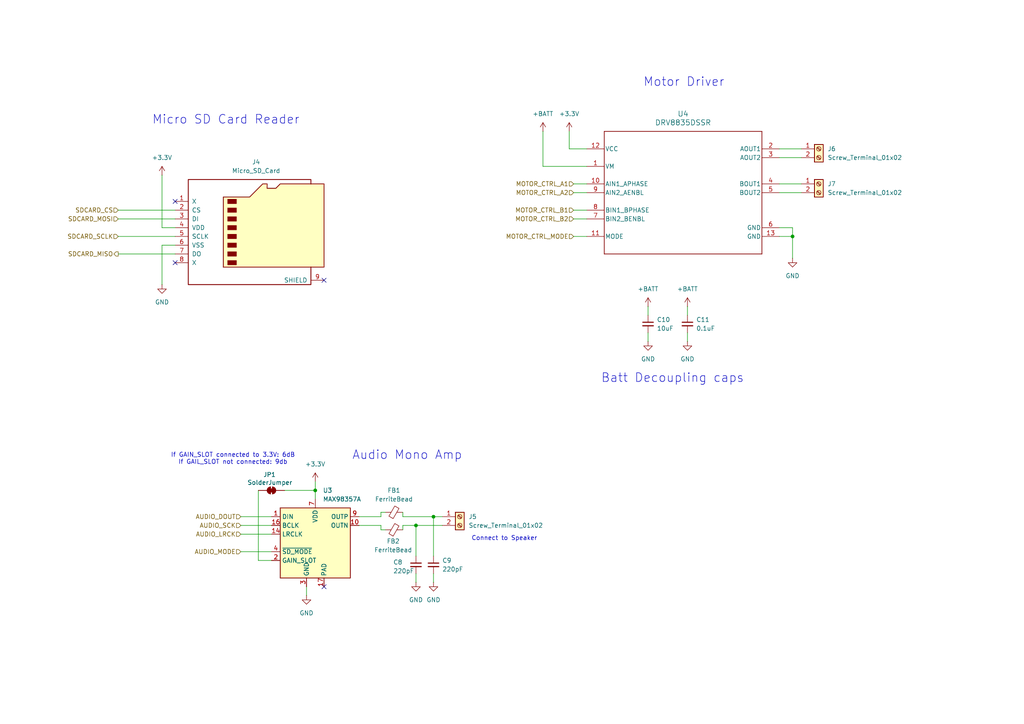
<source format=kicad_sch>
(kicad_sch
	(version 20231120)
	(generator "eeschema")
	(generator_version "8.0")
	(uuid "80b21c48-34e1-425b-aff8-963c24e39d1c")
	(paper "A4")
	(title_block
		(title "Big Mouth Billy Bass Master Control Program")
		(date "2025-03-10")
		(rev "R1")
		(company "Tasty Cactus Software LLC")
	)
	(lib_symbols
		(symbol "Audio:MAX98357A"
			(exclude_from_sim no)
			(in_bom yes)
			(on_board yes)
			(property "Reference" "U"
				(at -8.89 11.43 0)
				(effects
					(font
						(size 1.27 1.27)
					)
				)
			)
			(property "Value" "MAX98357A"
				(at 10.16 11.43 0)
				(effects
					(font
						(size 1.27 1.27)
					)
				)
			)
			(property "Footprint" "Package_DFN_QFN:TQFN-16-1EP_3x3mm_P0.5mm_EP1.23x1.23mm"
				(at -1.27 -2.54 0)
				(effects
					(font
						(size 1.27 1.27)
					)
					(hide yes)
				)
			)
			(property "Datasheet" "https://www.analog.com/media/en/technical-documentation/data-sheets/MAX98357A-MAX98357B.pdf"
				(at 0 -2.54 0)
				(effects
					(font
						(size 1.27 1.27)
					)
					(hide yes)
				)
			)
			(property "Description" "Mono DAC with amplifier, I2S, PCM, TDM, 32-bit, 96khz, 3.2W, TQFP-16"
				(at 0 0 0)
				(effects
					(font
						(size 1.27 1.27)
					)
					(hide yes)
				)
			)
			(property "ki_keywords" "pcm tdm i2s left-justified amplifier audio dac"
				(at 0 0 0)
				(effects
					(font
						(size 1.27 1.27)
					)
					(hide yes)
				)
			)
			(property "ki_fp_filters" "TQFN*3x3mm*P0.5mm*EP1.23x1.23mm*"
				(at 0 0 0)
				(effects
					(font
						(size 1.27 1.27)
					)
					(hide yes)
				)
			)
			(symbol "MAX98357A_1_1"
				(rectangle
					(start -10.16 10.16)
					(end 10.16 -10.16)
					(stroke
						(width 0.254)
						(type default)
					)
					(fill
						(type background)
					)
				)
				(pin input line
					(at -12.7 7.62 0)
					(length 2.54)
					(name "DIN"
						(effects
							(font
								(size 1.27 1.27)
							)
						)
					)
					(number "1"
						(effects
							(font
								(size 1.27 1.27)
							)
						)
					)
				)
				(pin output line
					(at 12.7 5.08 180)
					(length 2.54)
					(name "OUTN"
						(effects
							(font
								(size 1.27 1.27)
							)
						)
					)
					(number "10"
						(effects
							(font
								(size 1.27 1.27)
							)
						)
					)
				)
				(pin passive line
					(at -2.54 -12.7 90)
					(length 2.54) hide
					(name "GND"
						(effects
							(font
								(size 1.27 1.27)
							)
						)
					)
					(number "11"
						(effects
							(font
								(size 1.27 1.27)
							)
						)
					)
				)
				(pin no_connect line
					(at 10.16 -5.08 180)
					(length 2.54) hide
					(name "NC"
						(effects
							(font
								(size 1.27 1.27)
							)
						)
					)
					(number "12"
						(effects
							(font
								(size 1.27 1.27)
							)
						)
					)
				)
				(pin no_connect line
					(at 10.16 -7.62 180)
					(length 2.54) hide
					(name "NC"
						(effects
							(font
								(size 1.27 1.27)
							)
						)
					)
					(number "13"
						(effects
							(font
								(size 1.27 1.27)
							)
						)
					)
				)
				(pin input line
					(at -12.7 2.54 0)
					(length 2.54)
					(name "LRCLK"
						(effects
							(font
								(size 1.27 1.27)
							)
						)
					)
					(number "14"
						(effects
							(font
								(size 1.27 1.27)
							)
						)
					)
				)
				(pin passive line
					(at -2.54 -12.7 90)
					(length 2.54) hide
					(name "GND"
						(effects
							(font
								(size 1.27 1.27)
							)
						)
					)
					(number "15"
						(effects
							(font
								(size 1.27 1.27)
							)
						)
					)
				)
				(pin input line
					(at -12.7 5.08 0)
					(length 2.54)
					(name "BCLK"
						(effects
							(font
								(size 1.27 1.27)
							)
						)
					)
					(number "16"
						(effects
							(font
								(size 1.27 1.27)
							)
						)
					)
				)
				(pin unspecified line
					(at 2.54 -12.7 90)
					(length 2.54)
					(name "PAD"
						(effects
							(font
								(size 1.27 1.27)
							)
						)
					)
					(number "17"
						(effects
							(font
								(size 1.27 1.27)
							)
						)
					)
				)
				(pin passive line
					(at -12.7 -5.08 0)
					(length 2.54)
					(name "GAIN_SLOT"
						(effects
							(font
								(size 1.27 1.27)
							)
						)
					)
					(number "2"
						(effects
							(font
								(size 1.27 1.27)
							)
						)
					)
				)
				(pin power_in line
					(at -2.54 -12.7 90)
					(length 2.54)
					(name "GND"
						(effects
							(font
								(size 1.27 1.27)
							)
						)
					)
					(number "3"
						(effects
							(font
								(size 1.27 1.27)
							)
						)
					)
				)
				(pin input line
					(at -12.7 -2.54 0)
					(length 2.54)
					(name "~{SD_MODE}"
						(effects
							(font
								(size 1.27 1.27)
							)
						)
					)
					(number "4"
						(effects
							(font
								(size 1.27 1.27)
							)
						)
					)
				)
				(pin no_connect line
					(at 10.16 2.54 180)
					(length 2.54) hide
					(name "NC"
						(effects
							(font
								(size 1.27 1.27)
							)
						)
					)
					(number "5"
						(effects
							(font
								(size 1.27 1.27)
							)
						)
					)
				)
				(pin no_connect line
					(at 10.16 0 180)
					(length 2.54) hide
					(name "NC"
						(effects
							(font
								(size 1.27 1.27)
							)
						)
					)
					(number "6"
						(effects
							(font
								(size 1.27 1.27)
							)
						)
					)
				)
				(pin power_in line
					(at 0 12.7 270)
					(length 2.54)
					(name "VDD"
						(effects
							(font
								(size 1.27 1.27)
							)
						)
					)
					(number "7"
						(effects
							(font
								(size 1.27 1.27)
							)
						)
					)
				)
				(pin passive line
					(at 0 12.7 270)
					(length 2.54) hide
					(name "VDD"
						(effects
							(font
								(size 1.27 1.27)
							)
						)
					)
					(number "8"
						(effects
							(font
								(size 1.27 1.27)
							)
						)
					)
				)
				(pin output line
					(at 12.7 7.62 180)
					(length 2.54)
					(name "OUTP"
						(effects
							(font
								(size 1.27 1.27)
							)
						)
					)
					(number "9"
						(effects
							(font
								(size 1.27 1.27)
							)
						)
					)
				)
			)
		)
		(symbol "Connector:Micro_SD_Card"
			(pin_names
				(offset 1.016)
			)
			(exclude_from_sim no)
			(in_bom yes)
			(on_board yes)
			(property "Reference" "J4"
				(at 0.635 19.05 0)
				(effects
					(font
						(size 1.27 1.27)
					)
				)
			)
			(property "Value" "Micro_SD_Card"
				(at 0.635 16.51 0)
				(effects
					(font
						(size 1.27 1.27)
					)
				)
			)
			(property "Footprint" "Connector_Card:microSD_HC_Molex_104031-0811"
				(at 29.21 7.62 0)
				(effects
					(font
						(size 1.27 1.27)
					)
					(hide yes)
				)
			)
			(property "Datasheet" "https://www.we-online.com/components/products/datasheet/693072010801.pdf"
				(at 0 0 0)
				(effects
					(font
						(size 1.27 1.27)
					)
					(hide yes)
				)
			)
			(property "Description" "Micro SD Card Socket"
				(at 0 0 0)
				(effects
					(font
						(size 1.27 1.27)
					)
					(hide yes)
				)
			)
			(property "ki_keywords" "connector SD microsd"
				(at 0 0 0)
				(effects
					(font
						(size 1.27 1.27)
					)
					(hide yes)
				)
			)
			(property "ki_fp_filters" "microSD*"
				(at 0 0 0)
				(effects
					(font
						(size 1.27 1.27)
					)
					(hide yes)
				)
			)
			(symbol "Micro_SD_Card_0_1"
				(rectangle
					(start -7.62 -9.525)
					(end -5.08 -10.795)
					(stroke
						(width 0)
						(type default)
					)
					(fill
						(type outline)
					)
				)
				(rectangle
					(start -7.62 -6.985)
					(end -5.08 -8.255)
					(stroke
						(width 0)
						(type default)
					)
					(fill
						(type outline)
					)
				)
				(rectangle
					(start -7.62 -4.445)
					(end -5.08 -5.715)
					(stroke
						(width 0)
						(type default)
					)
					(fill
						(type outline)
					)
				)
				(rectangle
					(start -7.62 -1.905)
					(end -5.08 -3.175)
					(stroke
						(width 0)
						(type default)
					)
					(fill
						(type outline)
					)
				)
				(rectangle
					(start -7.62 0.635)
					(end -5.08 -0.635)
					(stroke
						(width 0)
						(type default)
					)
					(fill
						(type outline)
					)
				)
				(rectangle
					(start -7.62 3.175)
					(end -5.08 1.905)
					(stroke
						(width 0)
						(type default)
					)
					(fill
						(type outline)
					)
				)
				(rectangle
					(start -7.62 5.715)
					(end -5.08 4.445)
					(stroke
						(width 0)
						(type default)
					)
					(fill
						(type outline)
					)
				)
				(rectangle
					(start -7.62 8.255)
					(end -5.08 6.985)
					(stroke
						(width 0)
						(type default)
					)
					(fill
						(type outline)
					)
				)
				(polyline
					(pts
						(xy 16.51 12.7) (xy 16.51 13.97) (xy -19.05 13.97) (xy -19.05 -16.51) (xy 16.51 -16.51) (xy 16.51 -11.43)
					)
					(stroke
						(width 0.254)
						(type default)
					)
					(fill
						(type none)
					)
				)
				(polyline
					(pts
						(xy -8.89 -11.43) (xy -8.89 8.89) (xy -1.27 8.89) (xy 2.54 12.7) (xy 3.81 12.7) (xy 3.81 11.43)
						(xy 6.35 11.43) (xy 7.62 12.7) (xy 20.32 12.7) (xy 20.32 -11.43) (xy -8.89 -11.43)
					)
					(stroke
						(width 0.254)
						(type default)
					)
					(fill
						(type background)
					)
				)
			)
			(symbol "Micro_SD_Card_1_1"
				(pin bidirectional line
					(at -22.86 7.62 0)
					(length 3.81)
					(name "X"
						(effects
							(font
								(size 1.27 1.27)
							)
						)
					)
					(number "1"
						(effects
							(font
								(size 1.27 1.27)
							)
						)
					)
				)
				(pin bidirectional line
					(at -22.86 5.08 0)
					(length 3.81)
					(name "CS"
						(effects
							(font
								(size 1.27 1.27)
							)
						)
					)
					(number "2"
						(effects
							(font
								(size 1.27 1.27)
							)
						)
					)
				)
				(pin input line
					(at -22.86 2.54 0)
					(length 3.81)
					(name "DI"
						(effects
							(font
								(size 1.27 1.27)
							)
						)
					)
					(number "3"
						(effects
							(font
								(size 1.27 1.27)
							)
						)
					)
				)
				(pin power_in line
					(at -22.86 0 0)
					(length 3.81)
					(name "VDD"
						(effects
							(font
								(size 1.27 1.27)
							)
						)
					)
					(number "4"
						(effects
							(font
								(size 1.27 1.27)
							)
						)
					)
				)
				(pin input line
					(at -22.86 -2.54 0)
					(length 3.81)
					(name "SCLK"
						(effects
							(font
								(size 1.27 1.27)
							)
						)
					)
					(number "5"
						(effects
							(font
								(size 1.27 1.27)
							)
						)
					)
				)
				(pin power_in line
					(at -22.86 -5.08 0)
					(length 3.81)
					(name "VSS"
						(effects
							(font
								(size 1.27 1.27)
							)
						)
					)
					(number "6"
						(effects
							(font
								(size 1.27 1.27)
							)
						)
					)
				)
				(pin bidirectional line
					(at -22.86 -7.62 0)
					(length 3.81)
					(name "DO"
						(effects
							(font
								(size 1.27 1.27)
							)
						)
					)
					(number "7"
						(effects
							(font
								(size 1.27 1.27)
							)
						)
					)
				)
				(pin bidirectional line
					(at -22.86 -10.16 0)
					(length 3.81)
					(name "X"
						(effects
							(font
								(size 1.27 1.27)
							)
						)
					)
					(number "8"
						(effects
							(font
								(size 1.27 1.27)
							)
						)
					)
				)
				(pin passive line
					(at 20.32 -15.24 180)
					(length 3.81)
					(name "SHIELD"
						(effects
							(font
								(size 1.27 1.27)
							)
						)
					)
					(number "9"
						(effects
							(font
								(size 1.27 1.27)
							)
						)
					)
				)
			)
		)
		(symbol "Connector:Screw_Terminal_01x02"
			(pin_names
				(offset 1.016) hide)
			(exclude_from_sim no)
			(in_bom yes)
			(on_board yes)
			(property "Reference" "J"
				(at 0 2.54 0)
				(effects
					(font
						(size 1.27 1.27)
					)
				)
			)
			(property "Value" "Screw_Terminal_01x02"
				(at 0 -5.08 0)
				(effects
					(font
						(size 1.27 1.27)
					)
				)
			)
			(property "Footprint" ""
				(at 0 0 0)
				(effects
					(font
						(size 1.27 1.27)
					)
					(hide yes)
				)
			)
			(property "Datasheet" "~"
				(at 0 0 0)
				(effects
					(font
						(size 1.27 1.27)
					)
					(hide yes)
				)
			)
			(property "Description" "Generic screw terminal, single row, 01x02, script generated (kicad-library-utils/schlib/autogen/connector/)"
				(at 0 0 0)
				(effects
					(font
						(size 1.27 1.27)
					)
					(hide yes)
				)
			)
			(property "ki_keywords" "screw terminal"
				(at 0 0 0)
				(effects
					(font
						(size 1.27 1.27)
					)
					(hide yes)
				)
			)
			(property "ki_fp_filters" "TerminalBlock*:*"
				(at 0 0 0)
				(effects
					(font
						(size 1.27 1.27)
					)
					(hide yes)
				)
			)
			(symbol "Screw_Terminal_01x02_1_1"
				(rectangle
					(start -1.27 1.27)
					(end 1.27 -3.81)
					(stroke
						(width 0.254)
						(type default)
					)
					(fill
						(type background)
					)
				)
				(circle
					(center 0 -2.54)
					(radius 0.635)
					(stroke
						(width 0.1524)
						(type default)
					)
					(fill
						(type none)
					)
				)
				(polyline
					(pts
						(xy -0.5334 -2.2098) (xy 0.3302 -3.048)
					)
					(stroke
						(width 0.1524)
						(type default)
					)
					(fill
						(type none)
					)
				)
				(polyline
					(pts
						(xy -0.5334 0.3302) (xy 0.3302 -0.508)
					)
					(stroke
						(width 0.1524)
						(type default)
					)
					(fill
						(type none)
					)
				)
				(polyline
					(pts
						(xy -0.3556 -2.032) (xy 0.508 -2.8702)
					)
					(stroke
						(width 0.1524)
						(type default)
					)
					(fill
						(type none)
					)
				)
				(polyline
					(pts
						(xy -0.3556 0.508) (xy 0.508 -0.3302)
					)
					(stroke
						(width 0.1524)
						(type default)
					)
					(fill
						(type none)
					)
				)
				(circle
					(center 0 0)
					(radius 0.635)
					(stroke
						(width 0.1524)
						(type default)
					)
					(fill
						(type none)
					)
				)
				(pin passive line
					(at -5.08 0 0)
					(length 3.81)
					(name "Pin_1"
						(effects
							(font
								(size 1.27 1.27)
							)
						)
					)
					(number "1"
						(effects
							(font
								(size 1.27 1.27)
							)
						)
					)
				)
				(pin passive line
					(at -5.08 -2.54 0)
					(length 3.81)
					(name "Pin_2"
						(effects
							(font
								(size 1.27 1.27)
							)
						)
					)
					(number "2"
						(effects
							(font
								(size 1.27 1.27)
							)
						)
					)
				)
			)
		)
		(symbol "DRV8835:DRV8835DSSR"
			(pin_names
				(offset 0.254)
			)
			(exclude_from_sim no)
			(in_bom yes)
			(on_board yes)
			(property "Reference" "U"
				(at 0 2.54 0)
				(effects
					(font
						(size 1.524 1.524)
					)
				)
			)
			(property "Value" "DRV8835DSSR"
				(at 0 0 0)
				(effects
					(font
						(size 1.524 1.524)
					)
				)
			)
			(property "Footprint" "DSS0012A"
				(at 0 0 0)
				(effects
					(font
						(size 1.27 1.27)
						(italic yes)
					)
					(hide yes)
				)
			)
			(property "Datasheet" "DRV8835DSSR"
				(at 0 0 0)
				(effects
					(font
						(size 1.27 1.27)
						(italic yes)
					)
					(hide yes)
				)
			)
			(property "Description" ""
				(at 0 0 0)
				(effects
					(font
						(size 1.27 1.27)
					)
					(hide yes)
				)
			)
			(property "ki_locked" ""
				(at 0 0 0)
				(effects
					(font
						(size 1.27 1.27)
					)
				)
			)
			(property "ki_keywords" "DRV8835DSSR"
				(at 0 0 0)
				(effects
					(font
						(size 1.27 1.27)
					)
					(hide yes)
				)
			)
			(property "ki_fp_filters" "DSS0012A"
				(at 0 0 0)
				(effects
					(font
						(size 1.27 1.27)
					)
					(hide yes)
				)
			)
			(symbol "DRV8835DSSR_0_1"
				(polyline
					(pts
						(xy -22.86 -17.78) (xy 22.86 -17.78)
					)
					(stroke
						(width 0.2032)
						(type default)
					)
					(fill
						(type none)
					)
				)
				(polyline
					(pts
						(xy -22.86 17.78) (xy -22.86 -17.78)
					)
					(stroke
						(width 0.2032)
						(type default)
					)
					(fill
						(type none)
					)
				)
				(polyline
					(pts
						(xy 22.86 -17.78) (xy 22.86 17.78)
					)
					(stroke
						(width 0.2032)
						(type default)
					)
					(fill
						(type none)
					)
				)
				(polyline
					(pts
						(xy 22.86 17.78) (xy -22.86 17.78)
					)
					(stroke
						(width 0.2032)
						(type default)
					)
					(fill
						(type none)
					)
				)
				(pin power_in line
					(at -27.94 7.62 0)
					(length 5.08)
					(name "VM"
						(effects
							(font
								(size 1.27 1.27)
							)
						)
					)
					(number "1"
						(effects
							(font
								(size 1.27 1.27)
							)
						)
					)
				)
				(pin input line
					(at -27.94 2.54 0)
					(length 5.08)
					(name "AIN1_APHASE"
						(effects
							(font
								(size 1.27 1.27)
							)
						)
					)
					(number "10"
						(effects
							(font
								(size 1.27 1.27)
							)
						)
					)
				)
				(pin input line
					(at -27.94 -12.7 0)
					(length 5.08)
					(name "MODE"
						(effects
							(font
								(size 1.27 1.27)
							)
						)
					)
					(number "11"
						(effects
							(font
								(size 1.27 1.27)
							)
						)
					)
				)
				(pin power_in line
					(at -27.94 12.7 0)
					(length 5.08)
					(name "VCC"
						(effects
							(font
								(size 1.27 1.27)
							)
						)
					)
					(number "12"
						(effects
							(font
								(size 1.27 1.27)
							)
						)
					)
				)
				(pin power_in line
					(at 27.94 -12.7 180)
					(length 5.08)
					(name "GND"
						(effects
							(font
								(size 1.27 1.27)
							)
						)
					)
					(number "13"
						(effects
							(font
								(size 1.27 1.27)
							)
						)
					)
				)
				(pin output line
					(at 27.94 12.7 180)
					(length 5.08)
					(name "AOUT1"
						(effects
							(font
								(size 1.27 1.27)
							)
						)
					)
					(number "2"
						(effects
							(font
								(size 1.27 1.27)
							)
						)
					)
				)
				(pin output line
					(at 27.94 10.16 180)
					(length 5.08)
					(name "AOUT2"
						(effects
							(font
								(size 1.27 1.27)
							)
						)
					)
					(number "3"
						(effects
							(font
								(size 1.27 1.27)
							)
						)
					)
				)
				(pin output line
					(at 27.94 2.54 180)
					(length 5.08)
					(name "BOUT1"
						(effects
							(font
								(size 1.27 1.27)
							)
						)
					)
					(number "4"
						(effects
							(font
								(size 1.27 1.27)
							)
						)
					)
				)
				(pin output line
					(at 27.94 0 180)
					(length 5.08)
					(name "BOUT2"
						(effects
							(font
								(size 1.27 1.27)
							)
						)
					)
					(number "5"
						(effects
							(font
								(size 1.27 1.27)
							)
						)
					)
				)
				(pin power_in line
					(at 27.94 -10.16 180)
					(length 5.08)
					(name "GND"
						(effects
							(font
								(size 1.27 1.27)
							)
						)
					)
					(number "6"
						(effects
							(font
								(size 1.27 1.27)
							)
						)
					)
				)
				(pin input line
					(at -27.94 -7.62 0)
					(length 5.08)
					(name "BIN2_BENBL"
						(effects
							(font
								(size 1.27 1.27)
							)
						)
					)
					(number "7"
						(effects
							(font
								(size 1.27 1.27)
							)
						)
					)
				)
				(pin input line
					(at -27.94 -5.08 0)
					(length 5.08)
					(name "BIN1_BPHASE"
						(effects
							(font
								(size 1.27 1.27)
							)
						)
					)
					(number "8"
						(effects
							(font
								(size 1.27 1.27)
							)
						)
					)
				)
				(pin input line
					(at -27.94 0 0)
					(length 5.08)
					(name "AIN2_AENBL"
						(effects
							(font
								(size 1.27 1.27)
							)
						)
					)
					(number "9"
						(effects
							(font
								(size 1.27 1.27)
							)
						)
					)
				)
			)
		)
		(symbol "Device:C_Small"
			(pin_numbers hide)
			(pin_names
				(offset 0.254) hide)
			(exclude_from_sim no)
			(in_bom yes)
			(on_board yes)
			(property "Reference" "C"
				(at 0.254 1.778 0)
				(effects
					(font
						(size 1.27 1.27)
					)
					(justify left)
				)
			)
			(property "Value" "C_Small"
				(at 0.254 -2.032 0)
				(effects
					(font
						(size 1.27 1.27)
					)
					(justify left)
				)
			)
			(property "Footprint" ""
				(at 0 0 0)
				(effects
					(font
						(size 1.27 1.27)
					)
					(hide yes)
				)
			)
			(property "Datasheet" "~"
				(at 0 0 0)
				(effects
					(font
						(size 1.27 1.27)
					)
					(hide yes)
				)
			)
			(property "Description" "Unpolarized capacitor, small symbol"
				(at 0 0 0)
				(effects
					(font
						(size 1.27 1.27)
					)
					(hide yes)
				)
			)
			(property "ki_keywords" "capacitor cap"
				(at 0 0 0)
				(effects
					(font
						(size 1.27 1.27)
					)
					(hide yes)
				)
			)
			(property "ki_fp_filters" "C_*"
				(at 0 0 0)
				(effects
					(font
						(size 1.27 1.27)
					)
					(hide yes)
				)
			)
			(symbol "C_Small_0_1"
				(polyline
					(pts
						(xy -1.524 -0.508) (xy 1.524 -0.508)
					)
					(stroke
						(width 0.3302)
						(type default)
					)
					(fill
						(type none)
					)
				)
				(polyline
					(pts
						(xy -1.524 0.508) (xy 1.524 0.508)
					)
					(stroke
						(width 0.3048)
						(type default)
					)
					(fill
						(type none)
					)
				)
			)
			(symbol "C_Small_1_1"
				(pin passive line
					(at 0 2.54 270)
					(length 2.032)
					(name "~"
						(effects
							(font
								(size 1.27 1.27)
							)
						)
					)
					(number "1"
						(effects
							(font
								(size 1.27 1.27)
							)
						)
					)
				)
				(pin passive line
					(at 0 -2.54 90)
					(length 2.032)
					(name "~"
						(effects
							(font
								(size 1.27 1.27)
							)
						)
					)
					(number "2"
						(effects
							(font
								(size 1.27 1.27)
							)
						)
					)
				)
			)
		)
		(symbol "Device:FerriteBead_Small"
			(pin_numbers hide)
			(pin_names
				(offset 0)
			)
			(exclude_from_sim no)
			(in_bom yes)
			(on_board yes)
			(property "Reference" "FB"
				(at 1.905 1.27 0)
				(effects
					(font
						(size 1.27 1.27)
					)
					(justify left)
				)
			)
			(property "Value" "FerriteBead_Small"
				(at 1.905 -1.27 0)
				(effects
					(font
						(size 1.27 1.27)
					)
					(justify left)
				)
			)
			(property "Footprint" ""
				(at -1.778 0 90)
				(effects
					(font
						(size 1.27 1.27)
					)
					(hide yes)
				)
			)
			(property "Datasheet" "~"
				(at 0 0 0)
				(effects
					(font
						(size 1.27 1.27)
					)
					(hide yes)
				)
			)
			(property "Description" "Ferrite bead, small symbol"
				(at 0 0 0)
				(effects
					(font
						(size 1.27 1.27)
					)
					(hide yes)
				)
			)
			(property "ki_keywords" "L ferrite bead inductor filter"
				(at 0 0 0)
				(effects
					(font
						(size 1.27 1.27)
					)
					(hide yes)
				)
			)
			(property "ki_fp_filters" "Inductor_* L_* *Ferrite*"
				(at 0 0 0)
				(effects
					(font
						(size 1.27 1.27)
					)
					(hide yes)
				)
			)
			(symbol "FerriteBead_Small_0_1"
				(polyline
					(pts
						(xy 0 -1.27) (xy 0 -0.7874)
					)
					(stroke
						(width 0)
						(type default)
					)
					(fill
						(type none)
					)
				)
				(polyline
					(pts
						(xy 0 0.889) (xy 0 1.2954)
					)
					(stroke
						(width 0)
						(type default)
					)
					(fill
						(type none)
					)
				)
				(polyline
					(pts
						(xy -1.8288 0.2794) (xy -1.1176 1.4986) (xy 1.8288 -0.2032) (xy 1.1176 -1.4224) (xy -1.8288 0.2794)
					)
					(stroke
						(width 0)
						(type default)
					)
					(fill
						(type none)
					)
				)
			)
			(symbol "FerriteBead_Small_1_1"
				(pin passive line
					(at 0 2.54 270)
					(length 1.27)
					(name "~"
						(effects
							(font
								(size 1.27 1.27)
							)
						)
					)
					(number "1"
						(effects
							(font
								(size 1.27 1.27)
							)
						)
					)
				)
				(pin passive line
					(at 0 -2.54 90)
					(length 1.27)
					(name "~"
						(effects
							(font
								(size 1.27 1.27)
							)
						)
					)
					(number "2"
						(effects
							(font
								(size 1.27 1.27)
							)
						)
					)
				)
			)
		)
		(symbol "Jumper:SolderJumper_2_Bridged"
			(pin_numbers hide)
			(pin_names
				(offset 0) hide)
			(exclude_from_sim yes)
			(in_bom no)
			(on_board yes)
			(property "Reference" "JP"
				(at 0 2.032 0)
				(effects
					(font
						(size 1.27 1.27)
					)
				)
			)
			(property "Value" "SolderJumper_2_Bridged"
				(at 0 -2.54 0)
				(effects
					(font
						(size 1.27 1.27)
					)
				)
			)
			(property "Footprint" ""
				(at 0 0 0)
				(effects
					(font
						(size 1.27 1.27)
					)
					(hide yes)
				)
			)
			(property "Datasheet" "~"
				(at 0 0 0)
				(effects
					(font
						(size 1.27 1.27)
					)
					(hide yes)
				)
			)
			(property "Description" "Solder Jumper, 2-pole, closed/bridged"
				(at 0 0 0)
				(effects
					(font
						(size 1.27 1.27)
					)
					(hide yes)
				)
			)
			(property "ki_keywords" "solder jumper SPST"
				(at 0 0 0)
				(effects
					(font
						(size 1.27 1.27)
					)
					(hide yes)
				)
			)
			(property "ki_fp_filters" "SolderJumper*Bridged*"
				(at 0 0 0)
				(effects
					(font
						(size 1.27 1.27)
					)
					(hide yes)
				)
			)
			(symbol "SolderJumper_2_Bridged_0_1"
				(rectangle
					(start -0.508 0.508)
					(end 0.508 -0.508)
					(stroke
						(width 0)
						(type default)
					)
					(fill
						(type outline)
					)
				)
				(arc
					(start -0.254 1.016)
					(mid -1.2656 0)
					(end -0.254 -1.016)
					(stroke
						(width 0)
						(type default)
					)
					(fill
						(type none)
					)
				)
				(arc
					(start -0.254 1.016)
					(mid -1.2656 0)
					(end -0.254 -1.016)
					(stroke
						(width 0)
						(type default)
					)
					(fill
						(type outline)
					)
				)
				(polyline
					(pts
						(xy -0.254 1.016) (xy -0.254 -1.016)
					)
					(stroke
						(width 0)
						(type default)
					)
					(fill
						(type none)
					)
				)
				(polyline
					(pts
						(xy 0.254 1.016) (xy 0.254 -1.016)
					)
					(stroke
						(width 0)
						(type default)
					)
					(fill
						(type none)
					)
				)
				(arc
					(start 0.254 -1.016)
					(mid 1.2656 0)
					(end 0.254 1.016)
					(stroke
						(width 0)
						(type default)
					)
					(fill
						(type none)
					)
				)
				(arc
					(start 0.254 -1.016)
					(mid 1.2656 0)
					(end 0.254 1.016)
					(stroke
						(width 0)
						(type default)
					)
					(fill
						(type outline)
					)
				)
			)
			(symbol "SolderJumper_2_Bridged_1_1"
				(pin passive line
					(at -3.81 0 0)
					(length 2.54)
					(name "A"
						(effects
							(font
								(size 1.27 1.27)
							)
						)
					)
					(number "1"
						(effects
							(font
								(size 1.27 1.27)
							)
						)
					)
				)
				(pin passive line
					(at 3.81 0 180)
					(length 2.54)
					(name "B"
						(effects
							(font
								(size 1.27 1.27)
							)
						)
					)
					(number "2"
						(effects
							(font
								(size 1.27 1.27)
							)
						)
					)
				)
			)
		)
		(symbol "power:+3.3V"
			(power)
			(pin_numbers hide)
			(pin_names
				(offset 0) hide)
			(exclude_from_sim no)
			(in_bom yes)
			(on_board yes)
			(property "Reference" "#PWR"
				(at 0 -3.81 0)
				(effects
					(font
						(size 1.27 1.27)
					)
					(hide yes)
				)
			)
			(property "Value" "+3.3V"
				(at 0 3.556 0)
				(effects
					(font
						(size 1.27 1.27)
					)
				)
			)
			(property "Footprint" ""
				(at 0 0 0)
				(effects
					(font
						(size 1.27 1.27)
					)
					(hide yes)
				)
			)
			(property "Datasheet" ""
				(at 0 0 0)
				(effects
					(font
						(size 1.27 1.27)
					)
					(hide yes)
				)
			)
			(property "Description" "Power symbol creates a global label with name \"+3.3V\""
				(at 0 0 0)
				(effects
					(font
						(size 1.27 1.27)
					)
					(hide yes)
				)
			)
			(property "ki_keywords" "global power"
				(at 0 0 0)
				(effects
					(font
						(size 1.27 1.27)
					)
					(hide yes)
				)
			)
			(symbol "+3.3V_0_1"
				(polyline
					(pts
						(xy -0.762 1.27) (xy 0 2.54)
					)
					(stroke
						(width 0)
						(type default)
					)
					(fill
						(type none)
					)
				)
				(polyline
					(pts
						(xy 0 0) (xy 0 2.54)
					)
					(stroke
						(width 0)
						(type default)
					)
					(fill
						(type none)
					)
				)
				(polyline
					(pts
						(xy 0 2.54) (xy 0.762 1.27)
					)
					(stroke
						(width 0)
						(type default)
					)
					(fill
						(type none)
					)
				)
			)
			(symbol "+3.3V_1_1"
				(pin power_in line
					(at 0 0 90)
					(length 0)
					(name "~"
						(effects
							(font
								(size 1.27 1.27)
							)
						)
					)
					(number "1"
						(effects
							(font
								(size 1.27 1.27)
							)
						)
					)
				)
			)
		)
		(symbol "power:+BATT"
			(power)
			(pin_numbers hide)
			(pin_names
				(offset 0) hide)
			(exclude_from_sim no)
			(in_bom yes)
			(on_board yes)
			(property "Reference" "#PWR"
				(at 0 -3.81 0)
				(effects
					(font
						(size 1.27 1.27)
					)
					(hide yes)
				)
			)
			(property "Value" "+BATT"
				(at 0 3.556 0)
				(effects
					(font
						(size 1.27 1.27)
					)
				)
			)
			(property "Footprint" ""
				(at 0 0 0)
				(effects
					(font
						(size 1.27 1.27)
					)
					(hide yes)
				)
			)
			(property "Datasheet" ""
				(at 0 0 0)
				(effects
					(font
						(size 1.27 1.27)
					)
					(hide yes)
				)
			)
			(property "Description" "Power symbol creates a global label with name \"+BATT\""
				(at 0 0 0)
				(effects
					(font
						(size 1.27 1.27)
					)
					(hide yes)
				)
			)
			(property "ki_keywords" "global power battery"
				(at 0 0 0)
				(effects
					(font
						(size 1.27 1.27)
					)
					(hide yes)
				)
			)
			(symbol "+BATT_0_1"
				(polyline
					(pts
						(xy -0.762 1.27) (xy 0 2.54)
					)
					(stroke
						(width 0)
						(type default)
					)
					(fill
						(type none)
					)
				)
				(polyline
					(pts
						(xy 0 0) (xy 0 2.54)
					)
					(stroke
						(width 0)
						(type default)
					)
					(fill
						(type none)
					)
				)
				(polyline
					(pts
						(xy 0 2.54) (xy 0.762 1.27)
					)
					(stroke
						(width 0)
						(type default)
					)
					(fill
						(type none)
					)
				)
			)
			(symbol "+BATT_1_1"
				(pin power_in line
					(at 0 0 90)
					(length 0)
					(name "~"
						(effects
							(font
								(size 1.27 1.27)
							)
						)
					)
					(number "1"
						(effects
							(font
								(size 1.27 1.27)
							)
						)
					)
				)
			)
		)
		(symbol "power:GND"
			(power)
			(pin_numbers hide)
			(pin_names
				(offset 0) hide)
			(exclude_from_sim no)
			(in_bom yes)
			(on_board yes)
			(property "Reference" "#PWR"
				(at 0 -6.35 0)
				(effects
					(font
						(size 1.27 1.27)
					)
					(hide yes)
				)
			)
			(property "Value" "GND"
				(at 0 -3.81 0)
				(effects
					(font
						(size 1.27 1.27)
					)
				)
			)
			(property "Footprint" ""
				(at 0 0 0)
				(effects
					(font
						(size 1.27 1.27)
					)
					(hide yes)
				)
			)
			(property "Datasheet" ""
				(at 0 0 0)
				(effects
					(font
						(size 1.27 1.27)
					)
					(hide yes)
				)
			)
			(property "Description" "Power symbol creates a global label with name \"GND\" , ground"
				(at 0 0 0)
				(effects
					(font
						(size 1.27 1.27)
					)
					(hide yes)
				)
			)
			(property "ki_keywords" "global power"
				(at 0 0 0)
				(effects
					(font
						(size 1.27 1.27)
					)
					(hide yes)
				)
			)
			(symbol "GND_0_1"
				(polyline
					(pts
						(xy 0 0) (xy 0 -1.27) (xy 1.27 -1.27) (xy 0 -2.54) (xy -1.27 -1.27) (xy 0 -1.27)
					)
					(stroke
						(width 0)
						(type default)
					)
					(fill
						(type none)
					)
				)
			)
			(symbol "GND_1_1"
				(pin power_in line
					(at 0 0 270)
					(length 0)
					(name "~"
						(effects
							(font
								(size 1.27 1.27)
							)
						)
					)
					(number "1"
						(effects
							(font
								(size 1.27 1.27)
							)
						)
					)
				)
			)
		)
	)
	(junction
		(at 125.73 149.86)
		(diameter 0)
		(color 0 0 0 0)
		(uuid "28210fcf-c553-433f-a237-2536a5aa79cc")
	)
	(junction
		(at 229.87 68.58)
		(diameter 0)
		(color 0 0 0 0)
		(uuid "2a59f0eb-93f8-410b-8bdd-d53d224d2313")
	)
	(junction
		(at 120.65 152.4)
		(diameter 0)
		(color 0 0 0 0)
		(uuid "9bf78d02-e4ba-4b7b-b087-4aa33ee750a9")
	)
	(junction
		(at 91.44 142.24)
		(diameter 0)
		(color 0 0 0 0)
		(uuid "ad21cf36-464f-4daa-81fb-26a178856ea8")
	)
	(no_connect
		(at 93.98 170.18)
		(uuid "07777942-d5eb-41a2-8bb0-8ecb384e9c9c")
	)
	(no_connect
		(at 50.8 58.42)
		(uuid "08368ab5-2b00-4178-9745-a9aebb54c8c7")
	)
	(no_connect
		(at 50.8 76.2)
		(uuid "61f424f6-9dd4-4de1-9e1a-41b0c91fe388")
	)
	(no_connect
		(at 93.98 81.28)
		(uuid "e474c56f-f803-461f-a68d-960276651d9b")
	)
	(wire
		(pts
			(xy 110.49 152.4) (xy 104.14 152.4)
		)
		(stroke
			(width 0)
			(type default)
		)
		(uuid "00db880a-cdc7-4578-8207-73839e06a88b")
	)
	(wire
		(pts
			(xy 226.06 55.88) (xy 232.41 55.88)
		)
		(stroke
			(width 0)
			(type default)
		)
		(uuid "0536a168-0061-4c3f-aefd-82e3bb563a53")
	)
	(wire
		(pts
			(xy 166.37 63.5) (xy 170.18 63.5)
		)
		(stroke
			(width 0)
			(type default)
		)
		(uuid "0fa7a9cb-e370-4eb8-81fd-4b566cdf0706")
	)
	(wire
		(pts
			(xy 110.49 148.59) (xy 111.76 148.59)
		)
		(stroke
			(width 0)
			(type default)
		)
		(uuid "0fe59634-acbd-4a84-9362-95227fc8366e")
	)
	(wire
		(pts
			(xy 166.37 60.96) (xy 170.18 60.96)
		)
		(stroke
			(width 0)
			(type default)
		)
		(uuid "1b2ba73e-2c5a-4b02-be80-2772712d5236")
	)
	(wire
		(pts
			(xy 226.06 66.04) (xy 229.87 66.04)
		)
		(stroke
			(width 0)
			(type default)
		)
		(uuid "1ea1ca1c-1c1f-4891-be02-84ce32de3417")
	)
	(wire
		(pts
			(xy 116.84 149.86) (xy 125.73 149.86)
		)
		(stroke
			(width 0)
			(type default)
		)
		(uuid "2556d0dc-1baa-44fa-a4e5-60fea6189936")
	)
	(wire
		(pts
			(xy 46.99 66.04) (xy 50.8 66.04)
		)
		(stroke
			(width 0)
			(type default)
		)
		(uuid "281c8f4c-7a5d-4fc9-be25-d7e9f2f1280f")
	)
	(wire
		(pts
			(xy 120.65 152.4) (xy 120.65 161.29)
		)
		(stroke
			(width 0)
			(type default)
		)
		(uuid "2b419bab-c9bf-4c61-a0b7-9f7b6015819d")
	)
	(wire
		(pts
			(xy 50.8 71.12) (xy 46.99 71.12)
		)
		(stroke
			(width 0)
			(type default)
		)
		(uuid "2c024e26-0963-4176-a868-190366d75bee")
	)
	(wire
		(pts
			(xy 187.96 96.52) (xy 187.96 99.06)
		)
		(stroke
			(width 0)
			(type default)
		)
		(uuid "2c69f11f-9755-4192-afad-c16ced91e1d9")
	)
	(wire
		(pts
			(xy 110.49 153.67) (xy 110.49 152.4)
		)
		(stroke
			(width 0)
			(type default)
		)
		(uuid "31cf540c-b80c-4293-b2a6-27e57618808b")
	)
	(wire
		(pts
			(xy 165.1 43.18) (xy 170.18 43.18)
		)
		(stroke
			(width 0)
			(type default)
		)
		(uuid "342983f3-a71b-483f-973d-ffbb1f45aed4")
	)
	(wire
		(pts
			(xy 110.49 148.59) (xy 110.49 149.86)
		)
		(stroke
			(width 0)
			(type default)
		)
		(uuid "35561b96-0fd9-427d-ad06-6cd8406d2d00")
	)
	(wire
		(pts
			(xy 46.99 50.8) (xy 46.99 66.04)
		)
		(stroke
			(width 0)
			(type default)
		)
		(uuid "3c83e8c7-7983-4071-81db-21c154b21ba9")
	)
	(wire
		(pts
			(xy 199.39 88.9) (xy 199.39 91.44)
		)
		(stroke
			(width 0)
			(type default)
		)
		(uuid "3f86d919-3dde-4bb6-9bd9-72ecfc8bef70")
	)
	(wire
		(pts
			(xy 229.87 66.04) (xy 229.87 68.58)
		)
		(stroke
			(width 0)
			(type default)
		)
		(uuid "42ef9d62-8ede-4d6c-b115-0132b0766db3")
	)
	(wire
		(pts
			(xy 69.85 160.02) (xy 78.74 160.02)
		)
		(stroke
			(width 0)
			(type default)
		)
		(uuid "4e1e64a8-0cf1-4001-a036-74e197612c21")
	)
	(wire
		(pts
			(xy 165.1 38.1) (xy 165.1 43.18)
		)
		(stroke
			(width 0)
			(type default)
		)
		(uuid "58173b81-74da-4384-b133-4a3ca3d7be62")
	)
	(wire
		(pts
			(xy 199.39 96.52) (xy 199.39 99.06)
		)
		(stroke
			(width 0)
			(type default)
		)
		(uuid "5d520a62-fd4b-4808-9eee-e434ee4e4f69")
	)
	(wire
		(pts
			(xy 74.93 162.56) (xy 78.74 162.56)
		)
		(stroke
			(width 0)
			(type default)
		)
		(uuid "6155ebdb-46e0-451d-a6b3-d11b976ac629")
	)
	(wire
		(pts
			(xy 226.06 53.34) (xy 232.41 53.34)
		)
		(stroke
			(width 0)
			(type default)
		)
		(uuid "646b5bc9-f927-4eb1-bb3c-71474eb2dbb3")
	)
	(wire
		(pts
			(xy 187.96 88.9) (xy 187.96 91.44)
		)
		(stroke
			(width 0)
			(type default)
		)
		(uuid "657cef51-aae1-42d2-b386-ec2377ece33f")
	)
	(wire
		(pts
			(xy 120.65 152.4) (xy 128.27 152.4)
		)
		(stroke
			(width 0)
			(type default)
		)
		(uuid "6b779bcc-c9bf-4ab7-9e45-a17acc6a151d")
	)
	(wire
		(pts
			(xy 116.84 153.67) (xy 116.84 152.4)
		)
		(stroke
			(width 0)
			(type default)
		)
		(uuid "6de785f1-1f48-4103-8354-38695ac1ee43")
	)
	(wire
		(pts
			(xy 226.06 45.72) (xy 232.41 45.72)
		)
		(stroke
			(width 0)
			(type default)
		)
		(uuid "70340311-5eca-4e05-9c36-52ca18aab402")
	)
	(wire
		(pts
			(xy 91.44 139.7) (xy 91.44 142.24)
		)
		(stroke
			(width 0)
			(type default)
		)
		(uuid "77afbf20-d7e9-4299-9874-4457c27942b6")
	)
	(wire
		(pts
			(xy 69.85 154.94) (xy 78.74 154.94)
		)
		(stroke
			(width 0)
			(type default)
		)
		(uuid "7d84ec9c-00ad-4b5d-8305-3eff8513879d")
	)
	(wire
		(pts
			(xy 34.29 68.58) (xy 50.8 68.58)
		)
		(stroke
			(width 0)
			(type default)
		)
		(uuid "7f1316de-cf00-4a26-8cfc-352ac5e7d009")
	)
	(wire
		(pts
			(xy 166.37 55.88) (xy 170.18 55.88)
		)
		(stroke
			(width 0)
			(type default)
		)
		(uuid "81f902a6-403f-41db-8bd3-1e74daa5146d")
	)
	(wire
		(pts
			(xy 88.9 170.18) (xy 88.9 172.72)
		)
		(stroke
			(width 0)
			(type default)
		)
		(uuid "876a85af-0924-4b70-a315-cb345c668e91")
	)
	(wire
		(pts
			(xy 125.73 166.37) (xy 125.73 168.91)
		)
		(stroke
			(width 0)
			(type default)
		)
		(uuid "8b289147-e2a4-4ae1-a30b-c0ee5e3d5892")
	)
	(wire
		(pts
			(xy 170.18 48.26) (xy 157.48 48.26)
		)
		(stroke
			(width 0)
			(type default)
		)
		(uuid "8bc1093f-70c5-47d6-a9a9-fdab2804cb20")
	)
	(wire
		(pts
			(xy 69.85 152.4) (xy 78.74 152.4)
		)
		(stroke
			(width 0)
			(type default)
		)
		(uuid "9466d43b-82c9-470c-8889-f2fa03ab6381")
	)
	(wire
		(pts
			(xy 116.84 152.4) (xy 120.65 152.4)
		)
		(stroke
			(width 0)
			(type default)
		)
		(uuid "965ef891-f6c3-40af-89b8-8767a267a4ad")
	)
	(wire
		(pts
			(xy 229.87 68.58) (xy 229.87 74.93)
		)
		(stroke
			(width 0)
			(type default)
		)
		(uuid "97be38cb-f473-4383-8a36-d6a20c5d7430")
	)
	(wire
		(pts
			(xy 110.49 153.67) (xy 111.76 153.67)
		)
		(stroke
			(width 0)
			(type default)
		)
		(uuid "986ae179-3cec-40a5-8747-091a62c62ee2")
	)
	(wire
		(pts
			(xy 34.29 60.96) (xy 50.8 60.96)
		)
		(stroke
			(width 0)
			(type default)
		)
		(uuid "99a24f9e-0b55-429f-85e9-2db13984c884")
	)
	(wire
		(pts
			(xy 125.73 149.86) (xy 125.73 161.29)
		)
		(stroke
			(width 0)
			(type default)
		)
		(uuid "9e8c43a5-0cdc-47e2-b35d-22a809251761")
	)
	(wire
		(pts
			(xy 69.85 149.86) (xy 78.74 149.86)
		)
		(stroke
			(width 0)
			(type default)
		)
		(uuid "a0c4d334-fc73-4be3-afb4-813fecb69a96")
	)
	(wire
		(pts
			(xy 120.65 166.37) (xy 120.65 168.91)
		)
		(stroke
			(width 0)
			(type default)
		)
		(uuid "a7995ac7-f177-4518-846d-6ff3851694c3")
	)
	(wire
		(pts
			(xy 110.49 149.86) (xy 104.14 149.86)
		)
		(stroke
			(width 0)
			(type default)
		)
		(uuid "b0c17cf5-a487-4c66-a59a-b57aae395ae8")
	)
	(wire
		(pts
			(xy 34.29 73.66) (xy 50.8 73.66)
		)
		(stroke
			(width 0)
			(type default)
		)
		(uuid "b95842e7-ba4c-4a13-bf5c-9d6e6eeeef90")
	)
	(wire
		(pts
			(xy 46.99 71.12) (xy 46.99 82.55)
		)
		(stroke
			(width 0)
			(type default)
		)
		(uuid "c301bd9e-d598-4990-8250-b01dbe7ea262")
	)
	(wire
		(pts
			(xy 166.37 68.58) (xy 170.18 68.58)
		)
		(stroke
			(width 0)
			(type default)
		)
		(uuid "c366766e-d1f0-4845-8e2b-f8e3e998e26c")
	)
	(wire
		(pts
			(xy 116.84 148.59) (xy 116.84 149.86)
		)
		(stroke
			(width 0)
			(type default)
		)
		(uuid "c7b4b1cd-bb32-47c0-94bb-2536e1f28419")
	)
	(wire
		(pts
			(xy 166.37 53.34) (xy 170.18 53.34)
		)
		(stroke
			(width 0)
			(type default)
		)
		(uuid "cabc6745-a128-41b5-8ca1-52c4acf8df11")
	)
	(wire
		(pts
			(xy 82.55 142.24) (xy 91.44 142.24)
		)
		(stroke
			(width 0)
			(type default)
		)
		(uuid "ce2605e6-07b4-47dc-9d31-a7efd3bd5835")
	)
	(wire
		(pts
			(xy 34.29 63.5) (xy 50.8 63.5)
		)
		(stroke
			(width 0)
			(type default)
		)
		(uuid "d2fb80dd-e75a-4284-bb15-ba24847bc5a0")
	)
	(wire
		(pts
			(xy 226.06 68.58) (xy 229.87 68.58)
		)
		(stroke
			(width 0)
			(type default)
		)
		(uuid "d516f253-e900-43c3-83e3-27c74ce02694")
	)
	(wire
		(pts
			(xy 74.93 142.24) (xy 74.93 162.56)
		)
		(stroke
			(width 0)
			(type default)
		)
		(uuid "db89a41d-3857-4b2d-847a-0cb8cb1c3a6d")
	)
	(wire
		(pts
			(xy 226.06 43.18) (xy 232.41 43.18)
		)
		(stroke
			(width 0)
			(type default)
		)
		(uuid "dbb3d42e-b7b2-4137-bfd3-10f4c65cc9eb")
	)
	(wire
		(pts
			(xy 91.44 142.24) (xy 91.44 144.78)
		)
		(stroke
			(width 0)
			(type default)
		)
		(uuid "dfdb5303-593d-4462-94a7-be3bfd079847")
	)
	(wire
		(pts
			(xy 125.73 149.86) (xy 128.27 149.86)
		)
		(stroke
			(width 0)
			(type default)
		)
		(uuid "e4510be2-5fc3-411b-9482-c74eb608323f")
	)
	(wire
		(pts
			(xy 157.48 48.26) (xy 157.48 38.1)
		)
		(stroke
			(width 0)
			(type default)
		)
		(uuid "e4e2576e-b098-4c48-8e0b-c01f584939e2")
	)
	(text "Connect to Speaker\n"
		(exclude_from_sim no)
		(at 146.304 156.21 0)
		(effects
			(font
				(size 1.27 1.27)
			)
		)
		(uuid "5a3be098-8353-4dd8-94bf-b4695fc4f3bd")
	)
	(text "Micro SD Card Reader"
		(exclude_from_sim no)
		(at 65.532 34.798 0)
		(effects
			(font
				(size 2.54 2.54)
			)
		)
		(uuid "8ddd9944-c4a7-4aed-aa47-e4eef5ef6f62")
	)
	(text "Audio Mono Amp"
		(exclude_from_sim no)
		(at 118.11 132.08 0)
		(effects
			(font
				(size 2.54 2.54)
			)
		)
		(uuid "975d3ad7-2151-484d-b32a-95b874f399df")
	)
	(text "Motor Driver"
		(exclude_from_sim no)
		(at 198.374 23.876 0)
		(effects
			(font
				(size 2.54 2.54)
			)
		)
		(uuid "c0cb2d9b-4b04-48c3-9cd3-f87f75709897")
	)
	(text "Batt Decoupling caps"
		(exclude_from_sim no)
		(at 195.072 109.728 0)
		(effects
			(font
				(size 2.54 2.54)
			)
		)
		(uuid "da25ff8b-d8c8-40ec-a1a6-2abfbba2318a")
	)
	(text "If GAIN_SLOT connected to 3.3V: 6dB\nIf GAIL_SLOT not connected: 9db"
		(exclude_from_sim no)
		(at 67.564 133.096 0)
		(effects
			(font
				(size 1.27 1.27)
			)
		)
		(uuid "e30d264b-baf2-42bd-a019-15cf535f56b6")
	)
	(hierarchical_label "AUDIO_LRCK"
		(shape input)
		(at 69.85 154.94 180)
		(effects
			(font
				(size 1.27 1.27)
			)
			(justify right)
		)
		(uuid "11e95308-55a3-482e-8295-3c47e5c326ba")
	)
	(hierarchical_label "AUDIO_SCK"
		(shape input)
		(at 69.85 152.4 180)
		(effects
			(font
				(size 1.27 1.27)
			)
			(justify right)
		)
		(uuid "1c49977a-af4d-4823-a2bf-bc6f81148ffb")
	)
	(hierarchical_label "MOTOR_CTRL_B1"
		(shape input)
		(at 166.37 60.96 180)
		(effects
			(font
				(size 1.27 1.27)
			)
			(justify right)
		)
		(uuid "1e705bc4-b059-4f1a-8739-4b690412c879")
	)
	(hierarchical_label "MOTOR_CTRL_B2"
		(shape input)
		(at 166.37 63.5 180)
		(effects
			(font
				(size 1.27 1.27)
			)
			(justify right)
		)
		(uuid "278a9e17-772a-441d-b8f8-eaa8292415df")
	)
	(hierarchical_label "AUDIO_MODE"
		(shape input)
		(at 69.85 160.02 180)
		(effects
			(font
				(size 1.27 1.27)
			)
			(justify right)
		)
		(uuid "2c09cc69-7690-4a80-970b-20a21e87db00")
	)
	(hierarchical_label "SDCARD_MISO"
		(shape output)
		(at 34.29 73.66 180)
		(effects
			(font
				(size 1.27 1.27)
			)
			(justify right)
		)
		(uuid "308dfc10-c935-4040-b0cc-7aeea66eb188")
	)
	(hierarchical_label "SDCARD_CS"
		(shape input)
		(at 34.29 60.96 180)
		(effects
			(font
				(size 1.27 1.27)
			)
			(justify right)
		)
		(uuid "44bf3b05-0d05-40ec-a327-f8541556454f")
	)
	(hierarchical_label "SDCARD_SCLK"
		(shape input)
		(at 34.29 68.58 180)
		(effects
			(font
				(size 1.27 1.27)
			)
			(justify right)
		)
		(uuid "582c4c3b-5e5f-4a74-b3ec-014318fdf714")
	)
	(hierarchical_label "MOTOR_CTRL_A2"
		(shape input)
		(at 166.37 55.88 180)
		(effects
			(font
				(size 1.27 1.27)
			)
			(justify right)
		)
		(uuid "5961ba8f-bf5e-410a-929f-2840d383e862")
	)
	(hierarchical_label "MOTOR_CTRL_A1"
		(shape input)
		(at 166.37 53.34 180)
		(effects
			(font
				(size 1.27 1.27)
			)
			(justify right)
		)
		(uuid "68cfa439-0061-4f4e-9ea0-13606fb4fb15")
	)
	(hierarchical_label "SDCARD_MOSI"
		(shape input)
		(at 34.29 63.5 180)
		(effects
			(font
				(size 1.27 1.27)
			)
			(justify right)
		)
		(uuid "709d88a7-0e4e-44db-af44-6b7cddee62a0")
	)
	(hierarchical_label "AUDIO_DOUT"
		(shape input)
		(at 69.85 149.86 180)
		(effects
			(font
				(size 1.27 1.27)
			)
			(justify right)
		)
		(uuid "9621eb88-4c4c-43d0-b1b1-1150a7ce5bb8")
	)
	(hierarchical_label "MOTOR_CTRL_MODE"
		(shape input)
		(at 166.37 68.58 180)
		(effects
			(font
				(size 1.27 1.27)
			)
			(justify right)
		)
		(uuid "bf4b4519-4b80-4a29-8625-5ba7ba3bb559")
	)
	(symbol
		(lib_id "Connector:Micro_SD_Card")
		(at 73.66 66.04 0)
		(unit 1)
		(exclude_from_sim no)
		(in_bom yes)
		(on_board yes)
		(dnp no)
		(fields_autoplaced yes)
		(uuid "0f22d19f-4ca4-41bc-8ab7-5414cfdba667")
		(property "Reference" "J4"
			(at 74.295 46.99 0)
			(effects
				(font
					(size 1.27 1.27)
				)
			)
		)
		(property "Value" "Micro_SD_Card"
			(at 74.295 49.53 0)
			(effects
				(font
					(size 1.27 1.27)
				)
			)
		)
		(property "Footprint" "Connector_Card:microSD_HC_Molex_104031-0811"
			(at 102.87 58.42 0)
			(effects
				(font
					(size 1.27 1.27)
				)
				(hide yes)
			)
		)
		(property "Datasheet" "https://www.we-online.com/components/products/datasheet/693072010801.pdf"
			(at 73.66 66.04 0)
			(effects
				(font
					(size 1.27 1.27)
				)
				(hide yes)
			)
		)
		(property "Description" "Micro SD Card Socket"
			(at 73.66 66.04 0)
			(effects
				(font
					(size 1.27 1.27)
				)
				(hide yes)
			)
		)
		(pin "2"
			(uuid "cb95a410-621f-49e6-b3ab-3e21ab93b7a7")
		)
		(pin "6"
			(uuid "e0ce80d7-ace7-4b71-96f4-fdf892dcb787")
		)
		(pin "3"
			(uuid "220a250f-c8d2-4689-a1bc-7ffe10371ec1")
		)
		(pin "4"
			(uuid "902bcf3e-ce6b-4d32-b26b-6d6482c74e0e")
		)
		(pin "9"
			(uuid "60bab553-3426-4d35-9f42-7ee9cf47243b")
		)
		(pin "1"
			(uuid "0c72b621-7856-4291-845a-11dc14bde789")
		)
		(pin "5"
			(uuid "cd75cdba-c58a-4273-92a2-fd5aba2321da")
		)
		(pin "7"
			(uuid "d30460c7-dfa9-41bf-9636-0ee9681dd4a1")
		)
		(pin "8"
			(uuid "28d0b215-1e3f-47f9-827b-41403dea9a71")
		)
		(instances
			(project ""
				(path "/a700f66c-e090-41fe-b3af-2b734e9c5ce6/f259031e-fbfa-4131-913f-dd9e1b6f4990"
					(reference "J4")
					(unit 1)
				)
			)
		)
	)
	(symbol
		(lib_id "power:+BATT")
		(at 187.96 88.9 0)
		(unit 1)
		(exclude_from_sim no)
		(in_bom yes)
		(on_board yes)
		(dnp no)
		(fields_autoplaced yes)
		(uuid "106c4d02-4378-458e-8914-d9e749a560fa")
		(property "Reference" "#PWR35"
			(at 187.96 92.71 0)
			(effects
				(font
					(size 1.27 1.27)
				)
				(hide yes)
			)
		)
		(property "Value" "+BATT"
			(at 187.96 83.82 0)
			(effects
				(font
					(size 1.27 1.27)
				)
			)
		)
		(property "Footprint" ""
			(at 187.96 88.9 0)
			(effects
				(font
					(size 1.27 1.27)
				)
				(hide yes)
			)
		)
		(property "Datasheet" ""
			(at 187.96 88.9 0)
			(effects
				(font
					(size 1.27 1.27)
				)
				(hide yes)
			)
		)
		(property "Description" "Power symbol creates a global label with name \"+BATT\""
			(at 187.96 88.9 0)
			(effects
				(font
					(size 1.27 1.27)
				)
				(hide yes)
			)
		)
		(pin "1"
			(uuid "54231f64-0b0e-49bb-ba2b-a8cf61b8e4c5")
		)
		(instances
			(project ""
				(path "/a700f66c-e090-41fe-b3af-2b734e9c5ce6/f259031e-fbfa-4131-913f-dd9e1b6f4990"
					(reference "#PWR35")
					(unit 1)
				)
			)
		)
	)
	(symbol
		(lib_id "power:GND")
		(at 88.9 172.72 0)
		(unit 1)
		(exclude_from_sim no)
		(in_bom yes)
		(on_board yes)
		(dnp no)
		(fields_autoplaced yes)
		(uuid "175f8f34-03c5-43ac-8871-a67548a9002b")
		(property "Reference" "#PWR29"
			(at 88.9 179.07 0)
			(effects
				(font
					(size 1.27 1.27)
				)
				(hide yes)
			)
		)
		(property "Value" "GND"
			(at 88.9 177.8 0)
			(effects
				(font
					(size 1.27 1.27)
				)
			)
		)
		(property "Footprint" ""
			(at 88.9 172.72 0)
			(effects
				(font
					(size 1.27 1.27)
				)
				(hide yes)
			)
		)
		(property "Datasheet" ""
			(at 88.9 172.72 0)
			(effects
				(font
					(size 1.27 1.27)
				)
				(hide yes)
			)
		)
		(property "Description" "Power symbol creates a global label with name \"GND\" , ground"
			(at 88.9 172.72 0)
			(effects
				(font
					(size 1.27 1.27)
				)
				(hide yes)
			)
		)
		(pin "1"
			(uuid "bb289111-5565-4b24-9d29-b549e2dd2b0d")
		)
		(instances
			(project ""
				(path "/a700f66c-e090-41fe-b3af-2b734e9c5ce6/f259031e-fbfa-4131-913f-dd9e1b6f4990"
					(reference "#PWR29")
					(unit 1)
				)
			)
		)
	)
	(symbol
		(lib_id "power:GND")
		(at 120.65 168.91 0)
		(unit 1)
		(exclude_from_sim no)
		(in_bom yes)
		(on_board yes)
		(dnp no)
		(fields_autoplaced yes)
		(uuid "1d3f02b7-4f3c-476c-8ea0-88ebae8b69a0")
		(property "Reference" "#PWR31"
			(at 120.65 175.26 0)
			(effects
				(font
					(size 1.27 1.27)
				)
				(hide yes)
			)
		)
		(property "Value" "GND"
			(at 120.65 173.99 0)
			(effects
				(font
					(size 1.27 1.27)
				)
			)
		)
		(property "Footprint" ""
			(at 120.65 168.91 0)
			(effects
				(font
					(size 1.27 1.27)
				)
				(hide yes)
			)
		)
		(property "Datasheet" ""
			(at 120.65 168.91 0)
			(effects
				(font
					(size 1.27 1.27)
				)
				(hide yes)
			)
		)
		(property "Description" "Power symbol creates a global label with name \"GND\" , ground"
			(at 120.65 168.91 0)
			(effects
				(font
					(size 1.27 1.27)
				)
				(hide yes)
			)
		)
		(pin "1"
			(uuid "055af953-ad93-4ef1-8c4f-fddec54740c6")
		)
		(instances
			(project ""
				(path "/a700f66c-e090-41fe-b3af-2b734e9c5ce6/f259031e-fbfa-4131-913f-dd9e1b6f4990"
					(reference "#PWR31")
					(unit 1)
				)
			)
		)
	)
	(symbol
		(lib_id "power:GND")
		(at 229.87 74.93 0)
		(unit 1)
		(exclude_from_sim no)
		(in_bom yes)
		(on_board yes)
		(dnp no)
		(fields_autoplaced yes)
		(uuid "2072c364-49fe-4197-ad4c-72fc9b8eb084")
		(property "Reference" "#PWR33"
			(at 229.87 81.28 0)
			(effects
				(font
					(size 1.27 1.27)
				)
				(hide yes)
			)
		)
		(property "Value" "GND"
			(at 229.87 80.01 0)
			(effects
				(font
					(size 1.27 1.27)
				)
			)
		)
		(property "Footprint" ""
			(at 229.87 74.93 0)
			(effects
				(font
					(size 1.27 1.27)
				)
				(hide yes)
			)
		)
		(property "Datasheet" ""
			(at 229.87 74.93 0)
			(effects
				(font
					(size 1.27 1.27)
				)
				(hide yes)
			)
		)
		(property "Description" "Power symbol creates a global label with name \"GND\" , ground"
			(at 229.87 74.93 0)
			(effects
				(font
					(size 1.27 1.27)
				)
				(hide yes)
			)
		)
		(pin "1"
			(uuid "50b4d733-a119-4ec6-812d-3e0df6aada67")
		)
		(instances
			(project ""
				(path "/a700f66c-e090-41fe-b3af-2b734e9c5ce6/f259031e-fbfa-4131-913f-dd9e1b6f4990"
					(reference "#PWR33")
					(unit 1)
				)
			)
		)
	)
	(symbol
		(lib_id "DRV8835:DRV8835DSSR")
		(at 198.12 55.88 0)
		(unit 1)
		(exclude_from_sim no)
		(in_bom yes)
		(on_board yes)
		(dnp no)
		(fields_autoplaced yes)
		(uuid "250c7500-8749-4978-beaf-1ef39d99b2d6")
		(property "Reference" "U4"
			(at 198.12 33.02 0)
			(effects
				(font
					(size 1.524 1.524)
				)
			)
		)
		(property "Value" "DRV8835DSSR"
			(at 198.12 35.56 0)
			(effects
				(font
					(size 1.524 1.524)
				)
			)
		)
		(property "Footprint" "DRV8835:DSS0012A"
			(at 198.12 55.88 0)
			(effects
				(font
					(size 1.27 1.27)
					(italic yes)
				)
				(hide yes)
			)
		)
		(property "Datasheet" "DRV8835DSSR"
			(at 198.12 55.88 0)
			(effects
				(font
					(size 1.27 1.27)
					(italic yes)
				)
				(hide yes)
			)
		)
		(property "Description" ""
			(at 198.12 55.88 0)
			(effects
				(font
					(size 1.27 1.27)
				)
				(hide yes)
			)
		)
		(pin "1"
			(uuid "92994856-02c5-4f76-8d94-83e8cdf2612d")
		)
		(pin "10"
			(uuid "a8a6c6c3-1e91-4139-bea2-91cc138dfaba")
		)
		(pin "7"
			(uuid "7e987af9-e5f8-46ba-8da5-5936601567a4")
		)
		(pin "3"
			(uuid "5477cbc0-81dc-4dcc-a62e-06f721012ee8")
		)
		(pin "2"
			(uuid "3315566e-608e-49e8-86aa-954bccc4aa55")
		)
		(pin "4"
			(uuid "b6f903ef-3891-4029-b7ae-5649684e0cbc")
		)
		(pin "5"
			(uuid "ef82d46f-6dd4-42d9-a015-d500a118ef0c")
		)
		(pin "12"
			(uuid "e8dc9ce1-fe54-458f-80dc-a3502e34df20")
		)
		(pin "9"
			(uuid "02c6fd88-f20e-4433-a7ee-46a99cb1960d")
		)
		(pin "6"
			(uuid "a2c292e8-8a02-4c7c-9ffc-fa29851a61c9")
		)
		(pin "13"
			(uuid "66a536d9-468e-47b1-a750-a7e80c04b4fa")
		)
		(pin "11"
			(uuid "226a667f-71c0-44dd-b495-af638a73e6fe")
		)
		(pin "8"
			(uuid "d4ca3871-2b45-466d-91fc-fad5840dde56")
		)
		(instances
			(project ""
				(path "/a700f66c-e090-41fe-b3af-2b734e9c5ce6/f259031e-fbfa-4131-913f-dd9e1b6f4990"
					(reference "U4")
					(unit 1)
				)
			)
		)
	)
	(symbol
		(lib_id "Connector:Screw_Terminal_01x02")
		(at 237.49 53.34 0)
		(unit 1)
		(exclude_from_sim no)
		(in_bom yes)
		(on_board yes)
		(dnp no)
		(fields_autoplaced yes)
		(uuid "28fb6baf-d767-480b-a34d-e8705fe5669c")
		(property "Reference" "J7"
			(at 240.03 53.3399 0)
			(effects
				(font
					(size 1.27 1.27)
				)
				(justify left)
			)
		)
		(property "Value" "Screw_Terminal_01x02"
			(at 240.03 55.8799 0)
			(effects
				(font
					(size 1.27 1.27)
				)
				(justify left)
			)
		)
		(property "Footprint" "TerminalBlock_MetzConnect:TerminalBlock_MetzConnect_Type059_RT06302HBWC_1x02_P3.50mm_Horizontal"
			(at 237.49 53.34 0)
			(effects
				(font
					(size 1.27 1.27)
				)
				(hide yes)
			)
		)
		(property "Datasheet" "~"
			(at 237.49 53.34 0)
			(effects
				(font
					(size 1.27 1.27)
				)
				(hide yes)
			)
		)
		(property "Description" "Generic screw terminal, single row, 01x02, script generated (kicad-library-utils/schlib/autogen/connector/)"
			(at 237.49 53.34 0)
			(effects
				(font
					(size 1.27 1.27)
				)
				(hide yes)
			)
		)
		(pin "2"
			(uuid "05b37b42-7afc-4ba0-b4b3-2215dbc13568")
		)
		(pin "1"
			(uuid "5b71f817-14d8-4da2-ade0-f0ba3d13d72e")
		)
		(instances
			(project "bmbbmcp"
				(path "/a700f66c-e090-41fe-b3af-2b734e9c5ce6/f259031e-fbfa-4131-913f-dd9e1b6f4990"
					(reference "J7")
					(unit 1)
				)
			)
		)
	)
	(symbol
		(lib_id "Audio:MAX98357A")
		(at 91.44 157.48 0)
		(unit 1)
		(exclude_from_sim no)
		(in_bom yes)
		(on_board yes)
		(dnp no)
		(fields_autoplaced yes)
		(uuid "2c5aaf9b-d645-4a24-a38a-5d182dd2f6ca")
		(property "Reference" "U3"
			(at 93.6341 142.24 0)
			(effects
				(font
					(size 1.27 1.27)
				)
				(justify left)
			)
		)
		(property "Value" "MAX98357A"
			(at 93.6341 144.78 0)
			(effects
				(font
					(size 1.27 1.27)
				)
				(justify left)
			)
		)
		(property "Footprint" "Package_DFN_QFN:TQFN-16-1EP_3x3mm_P0.5mm_EP1.23x1.23mm"
			(at 90.17 160.02 0)
			(effects
				(font
					(size 1.27 1.27)
				)
				(hide yes)
			)
		)
		(property "Datasheet" "https://www.analog.com/media/en/technical-documentation/data-sheets/MAX98357A-MAX98357B.pdf"
			(at 91.44 160.02 0)
			(effects
				(font
					(size 1.27 1.27)
				)
				(hide yes)
			)
		)
		(property "Description" "Mono DAC with amplifier, I2S, PCM, TDM, 32-bit, 96khz, 3.2W, TQFP-16"
			(at 91.44 157.48 0)
			(effects
				(font
					(size 1.27 1.27)
				)
				(hide yes)
			)
		)
		(pin "17"
			(uuid "d9affb92-e469-4960-9053-28f338487064")
		)
		(pin "13"
			(uuid "bfb720a7-3133-4149-a613-bb5c207406b8")
		)
		(pin "12"
			(uuid "bfbed9e0-8842-43d3-b0c6-be53347d7d75")
		)
		(pin "16"
			(uuid "521db7c2-f197-4a74-bd36-ff37d8202a26")
		)
		(pin "6"
			(uuid "4d6c0ae2-6e81-494b-987b-4326d05c2b25")
		)
		(pin "15"
			(uuid "e6507586-2a74-45ce-a929-8042669152d6")
		)
		(pin "5"
			(uuid "bc0fcb29-486a-4014-b568-50b9609f5c03")
		)
		(pin "14"
			(uuid "1e623b03-6a79-464c-b5ea-911208f21b7c")
		)
		(pin "1"
			(uuid "625ae9ea-9f09-47c6-8370-a6816b56df41")
		)
		(pin "10"
			(uuid "78a7f2f5-699a-4918-8a9d-885513a49e44")
		)
		(pin "11"
			(uuid "7f814278-e18f-4497-955e-7668b89bf7a0")
		)
		(pin "2"
			(uuid "566716cb-58da-4905-b277-515de4ca738d")
		)
		(pin "4"
			(uuid "13ef91d1-0ba5-4e3d-99e3-54a4f87b1ec3")
		)
		(pin "7"
			(uuid "7ceeb098-443f-4d0b-b882-bed7e5648908")
		)
		(pin "8"
			(uuid "9d9fd4e3-5bc8-4509-98ab-3af8b8d6d432")
		)
		(pin "9"
			(uuid "8b2258be-16e7-4770-a11e-de66a33d4a3d")
		)
		(pin "3"
			(uuid "91e170de-1be2-4dff-8585-838342523d69")
		)
		(instances
			(project ""
				(path "/a700f66c-e090-41fe-b3af-2b734e9c5ce6/f259031e-fbfa-4131-913f-dd9e1b6f4990"
					(reference "U3")
					(unit 1)
				)
			)
		)
	)
	(symbol
		(lib_id "power:GND")
		(at 187.96 99.06 0)
		(unit 1)
		(exclude_from_sim no)
		(in_bom yes)
		(on_board yes)
		(dnp no)
		(fields_autoplaced yes)
		(uuid "309815d7-eee4-4ba6-bb37-371395937501")
		(property "Reference" "#PWR37"
			(at 187.96 105.41 0)
			(effects
				(font
					(size 1.27 1.27)
				)
				(hide yes)
			)
		)
		(property "Value" "GND"
			(at 187.96 104.14 0)
			(effects
				(font
					(size 1.27 1.27)
				)
			)
		)
		(property "Footprint" ""
			(at 187.96 99.06 0)
			(effects
				(font
					(size 1.27 1.27)
				)
				(hide yes)
			)
		)
		(property "Datasheet" ""
			(at 187.96 99.06 0)
			(effects
				(font
					(size 1.27 1.27)
				)
				(hide yes)
			)
		)
		(property "Description" "Power symbol creates a global label with name \"GND\" , ground"
			(at 187.96 99.06 0)
			(effects
				(font
					(size 1.27 1.27)
				)
				(hide yes)
			)
		)
		(pin "1"
			(uuid "3d4d1031-6e3e-4b92-bc6e-70be90ba1422")
		)
		(instances
			(project ""
				(path "/a700f66c-e090-41fe-b3af-2b734e9c5ce6/f259031e-fbfa-4131-913f-dd9e1b6f4990"
					(reference "#PWR37")
					(unit 1)
				)
			)
		)
	)
	(symbol
		(lib_id "Device:C_Small")
		(at 187.96 93.98 0)
		(unit 1)
		(exclude_from_sim no)
		(in_bom yes)
		(on_board yes)
		(dnp no)
		(fields_autoplaced yes)
		(uuid "3ed165f1-c8d4-47de-93bd-04f7a2bd07d8")
		(property "Reference" "C10"
			(at 190.5 92.7162 0)
			(effects
				(font
					(size 1.27 1.27)
				)
				(justify left)
			)
		)
		(property "Value" "10uF"
			(at 190.5 95.2562 0)
			(effects
				(font
					(size 1.27 1.27)
				)
				(justify left)
			)
		)
		(property "Footprint" "Capacitor_SMD:C_0805_2012Metric"
			(at 187.96 93.98 0)
			(effects
				(font
					(size 1.27 1.27)
				)
				(hide yes)
			)
		)
		(property "Datasheet" "~"
			(at 187.96 93.98 0)
			(effects
				(font
					(size 1.27 1.27)
				)
				(hide yes)
			)
		)
		(property "Description" "Unpolarized capacitor, small symbol"
			(at 187.96 93.98 0)
			(effects
				(font
					(size 1.27 1.27)
				)
				(hide yes)
			)
		)
		(pin "1"
			(uuid "c3bb97e8-af6d-4418-b5d0-b49332d2bbac")
		)
		(pin "2"
			(uuid "ef037589-4985-4dca-ba7f-2942bc6190fb")
		)
		(instances
			(project ""
				(path "/a700f66c-e090-41fe-b3af-2b734e9c5ce6/f259031e-fbfa-4131-913f-dd9e1b6f4990"
					(reference "C10")
					(unit 1)
				)
			)
		)
	)
	(symbol
		(lib_id "Connector:Screw_Terminal_01x02")
		(at 237.49 43.18 0)
		(unit 1)
		(exclude_from_sim no)
		(in_bom yes)
		(on_board yes)
		(dnp no)
		(fields_autoplaced yes)
		(uuid "43f8b789-a740-4e73-b964-1e326236c823")
		(property "Reference" "J6"
			(at 240.03 43.1799 0)
			(effects
				(font
					(size 1.27 1.27)
				)
				(justify left)
			)
		)
		(property "Value" "Screw_Terminal_01x02"
			(at 240.03 45.7199 0)
			(effects
				(font
					(size 1.27 1.27)
				)
				(justify left)
			)
		)
		(property "Footprint" "TerminalBlock_MetzConnect:TerminalBlock_MetzConnect_Type059_RT06302HBWC_1x02_P3.50mm_Horizontal"
			(at 237.49 43.18 0)
			(effects
				(font
					(size 1.27 1.27)
				)
				(hide yes)
			)
		)
		(property "Datasheet" "~"
			(at 237.49 43.18 0)
			(effects
				(font
					(size 1.27 1.27)
				)
				(hide yes)
			)
		)
		(property "Description" "Generic screw terminal, single row, 01x02, script generated (kicad-library-utils/schlib/autogen/connector/)"
			(at 237.49 43.18 0)
			(effects
				(font
					(size 1.27 1.27)
				)
				(hide yes)
			)
		)
		(pin "2"
			(uuid "d8cfc189-bb7b-4029-941f-bc2e01a86d1e")
		)
		(pin "1"
			(uuid "da72ea22-0456-4b73-97ad-77c3eaf0a393")
		)
		(instances
			(project "bmbbmcp"
				(path "/a700f66c-e090-41fe-b3af-2b734e9c5ce6/f259031e-fbfa-4131-913f-dd9e1b6f4990"
					(reference "J6")
					(unit 1)
				)
			)
		)
	)
	(symbol
		(lib_id "Device:C_Small")
		(at 199.39 93.98 0)
		(unit 1)
		(exclude_from_sim no)
		(in_bom yes)
		(on_board yes)
		(dnp no)
		(fields_autoplaced yes)
		(uuid "4d5ce284-0361-4ee5-9cb6-cbc57d6a4db3")
		(property "Reference" "C11"
			(at 201.93 92.7162 0)
			(effects
				(font
					(size 1.27 1.27)
				)
				(justify left)
			)
		)
		(property "Value" "0.1uF"
			(at 201.93 95.2562 0)
			(effects
				(font
					(size 1.27 1.27)
				)
				(justify left)
			)
		)
		(property "Footprint" "Capacitor_SMD:C_0603_1608Metric"
			(at 199.39 93.98 0)
			(effects
				(font
					(size 1.27 1.27)
				)
				(hide yes)
			)
		)
		(property "Datasheet" "~"
			(at 199.39 93.98 0)
			(effects
				(font
					(size 1.27 1.27)
				)
				(hide yes)
			)
		)
		(property "Description" "Unpolarized capacitor, small symbol"
			(at 199.39 93.98 0)
			(effects
				(font
					(size 1.27 1.27)
				)
				(hide yes)
			)
		)
		(pin "2"
			(uuid "b536d582-cb3b-403f-8967-d522aeb8eaa2")
		)
		(pin "1"
			(uuid "627460d8-256d-4c81-b1f0-a25a02f81ea4")
		)
		(instances
			(project ""
				(path "/a700f66c-e090-41fe-b3af-2b734e9c5ce6/f259031e-fbfa-4131-913f-dd9e1b6f4990"
					(reference "C11")
					(unit 1)
				)
			)
		)
	)
	(symbol
		(lib_id "power:+BATT")
		(at 157.48 38.1 0)
		(unit 1)
		(exclude_from_sim no)
		(in_bom yes)
		(on_board yes)
		(dnp no)
		(fields_autoplaced yes)
		(uuid "5144e3a6-d92b-4a52-887c-a762b8446323")
		(property "Reference" "#PWR32"
			(at 157.48 41.91 0)
			(effects
				(font
					(size 1.27 1.27)
				)
				(hide yes)
			)
		)
		(property "Value" "+BATT"
			(at 157.48 33.02 0)
			(effects
				(font
					(size 1.27 1.27)
				)
			)
		)
		(property "Footprint" ""
			(at 157.48 38.1 0)
			(effects
				(font
					(size 1.27 1.27)
				)
				(hide yes)
			)
		)
		(property "Datasheet" ""
			(at 157.48 38.1 0)
			(effects
				(font
					(size 1.27 1.27)
				)
				(hide yes)
			)
		)
		(property "Description" "Power symbol creates a global label with name \"+BATT\""
			(at 157.48 38.1 0)
			(effects
				(font
					(size 1.27 1.27)
				)
				(hide yes)
			)
		)
		(pin "1"
			(uuid "6fc49427-0c38-42d7-a405-e68e278322f2")
		)
		(instances
			(project ""
				(path "/a700f66c-e090-41fe-b3af-2b734e9c5ce6/f259031e-fbfa-4131-913f-dd9e1b6f4990"
					(reference "#PWR32")
					(unit 1)
				)
			)
		)
	)
	(symbol
		(lib_id "power:GND")
		(at 199.39 99.06 0)
		(unit 1)
		(exclude_from_sim no)
		(in_bom yes)
		(on_board yes)
		(dnp no)
		(fields_autoplaced yes)
		(uuid "6677c751-b101-498f-a2ef-0548fb33ca40")
		(property "Reference" "#PWR38"
			(at 199.39 105.41 0)
			(effects
				(font
					(size 1.27 1.27)
				)
				(hide yes)
			)
		)
		(property "Value" "GND"
			(at 199.39 104.14 0)
			(effects
				(font
					(size 1.27 1.27)
				)
			)
		)
		(property "Footprint" ""
			(at 199.39 99.06 0)
			(effects
				(font
					(size 1.27 1.27)
				)
				(hide yes)
			)
		)
		(property "Datasheet" ""
			(at 199.39 99.06 0)
			(effects
				(font
					(size 1.27 1.27)
				)
				(hide yes)
			)
		)
		(property "Description" "Power symbol creates a global label with name \"GND\" , ground"
			(at 199.39 99.06 0)
			(effects
				(font
					(size 1.27 1.27)
				)
				(hide yes)
			)
		)
		(pin "1"
			(uuid "99f7b2e9-4352-4439-9be5-6d2aebf2fd5b")
		)
		(instances
			(project ""
				(path "/a700f66c-e090-41fe-b3af-2b734e9c5ce6/f259031e-fbfa-4131-913f-dd9e1b6f4990"
					(reference "#PWR38")
					(unit 1)
				)
			)
		)
	)
	(symbol
		(lib_id "Device:C_Small")
		(at 125.73 163.83 0)
		(unit 1)
		(exclude_from_sim no)
		(in_bom yes)
		(on_board yes)
		(dnp no)
		(fields_autoplaced yes)
		(uuid "66d33040-019d-4ab9-bec3-da9338334cda")
		(property "Reference" "C9"
			(at 128.27 162.5662 0)
			(effects
				(font
					(size 1.27 1.27)
				)
				(justify left)
			)
		)
		(property "Value" "220pF"
			(at 128.27 165.1062 0)
			(effects
				(font
					(size 1.27 1.27)
				)
				(justify left)
			)
		)
		(property "Footprint" "Capacitor_SMD:C_0805_2012Metric"
			(at 125.73 163.83 0)
			(effects
				(font
					(size 1.27 1.27)
				)
				(hide yes)
			)
		)
		(property "Datasheet" "~"
			(at 125.73 163.83 0)
			(effects
				(font
					(size 1.27 1.27)
				)
				(hide yes)
			)
		)
		(property "Description" "Unpolarized capacitor, small symbol"
			(at 125.73 163.83 0)
			(effects
				(font
					(size 1.27 1.27)
				)
				(hide yes)
			)
		)
		(pin "2"
			(uuid "ec6e64e2-791d-4112-9c04-93241a053e81")
		)
		(pin "1"
			(uuid "6a487278-a09c-4e3a-b516-defd3c98f705")
		)
		(instances
			(project ""
				(path "/a700f66c-e090-41fe-b3af-2b734e9c5ce6/f259031e-fbfa-4131-913f-dd9e1b6f4990"
					(reference "C9")
					(unit 1)
				)
			)
		)
	)
	(symbol
		(lib_id "power:+3.3V")
		(at 165.1 38.1 0)
		(unit 1)
		(exclude_from_sim no)
		(in_bom yes)
		(on_board yes)
		(dnp no)
		(fields_autoplaced yes)
		(uuid "7dc90c36-b377-4156-870b-81596678836d")
		(property "Reference" "#PWR34"
			(at 165.1 41.91 0)
			(effects
				(font
					(size 1.27 1.27)
				)
				(hide yes)
			)
		)
		(property "Value" "+3.3V"
			(at 165.1 33.02 0)
			(effects
				(font
					(size 1.27 1.27)
				)
			)
		)
		(property "Footprint" ""
			(at 165.1 38.1 0)
			(effects
				(font
					(size 1.27 1.27)
				)
				(hide yes)
			)
		)
		(property "Datasheet" ""
			(at 165.1 38.1 0)
			(effects
				(font
					(size 1.27 1.27)
				)
				(hide yes)
			)
		)
		(property "Description" "Power symbol creates a global label with name \"+3.3V\""
			(at 165.1 38.1 0)
			(effects
				(font
					(size 1.27 1.27)
				)
				(hide yes)
			)
		)
		(pin "1"
			(uuid "cfa3eea6-5ba7-426f-8c19-315d45eef3e5")
		)
		(instances
			(project ""
				(path "/a700f66c-e090-41fe-b3af-2b734e9c5ce6/f259031e-fbfa-4131-913f-dd9e1b6f4990"
					(reference "#PWR34")
					(unit 1)
				)
			)
		)
	)
	(symbol
		(lib_id "power:GND")
		(at 46.99 82.55 0)
		(unit 1)
		(exclude_from_sim no)
		(in_bom yes)
		(on_board yes)
		(dnp no)
		(fields_autoplaced yes)
		(uuid "7f216357-df62-43f3-a6f0-8a90298ba976")
		(property "Reference" "#PWR26"
			(at 46.99 88.9 0)
			(effects
				(font
					(size 1.27 1.27)
				)
				(hide yes)
			)
		)
		(property "Value" "GND"
			(at 46.99 87.63 0)
			(effects
				(font
					(size 1.27 1.27)
				)
			)
		)
		(property "Footprint" ""
			(at 46.99 82.55 0)
			(effects
				(font
					(size 1.27 1.27)
				)
				(hide yes)
			)
		)
		(property "Datasheet" ""
			(at 46.99 82.55 0)
			(effects
				(font
					(size 1.27 1.27)
				)
				(hide yes)
			)
		)
		(property "Description" "Power symbol creates a global label with name \"GND\" , ground"
			(at 46.99 82.55 0)
			(effects
				(font
					(size 1.27 1.27)
				)
				(hide yes)
			)
		)
		(pin "1"
			(uuid "cf9667a1-7203-40ff-83a9-b17276152879")
		)
		(instances
			(project ""
				(path "/a700f66c-e090-41fe-b3af-2b734e9c5ce6/f259031e-fbfa-4131-913f-dd9e1b6f4990"
					(reference "#PWR26")
					(unit 1)
				)
			)
		)
	)
	(symbol
		(lib_id "Device:C_Small")
		(at 120.65 163.83 0)
		(unit 1)
		(exclude_from_sim no)
		(in_bom yes)
		(on_board yes)
		(dnp no)
		(uuid "88316f9c-156b-44e0-84c0-01a66d7104d2")
		(property "Reference" "C8"
			(at 114.046 163.068 0)
			(effects
				(font
					(size 1.27 1.27)
				)
				(justify left)
			)
		)
		(property "Value" "220pF"
			(at 114.046 165.608 0)
			(effects
				(font
					(size 1.27 1.27)
				)
				(justify left)
			)
		)
		(property "Footprint" "Capacitor_SMD:C_0805_2012Metric"
			(at 120.65 163.83 0)
			(effects
				(font
					(size 1.27 1.27)
				)
				(hide yes)
			)
		)
		(property "Datasheet" "~"
			(at 120.65 163.83 0)
			(effects
				(font
					(size 1.27 1.27)
				)
				(hide yes)
			)
		)
		(property "Description" "Unpolarized capacitor, small symbol"
			(at 120.65 163.83 0)
			(effects
				(font
					(size 1.27 1.27)
				)
				(hide yes)
			)
		)
		(pin "2"
			(uuid "ec6e64e2-791d-4112-9c04-93241a053e82")
		)
		(pin "1"
			(uuid "6a487278-a09c-4e3a-b516-defd3c98f706")
		)
		(instances
			(project ""
				(path "/a700f66c-e090-41fe-b3af-2b734e9c5ce6/f259031e-fbfa-4131-913f-dd9e1b6f4990"
					(reference "C8")
					(unit 1)
				)
			)
		)
	)
	(symbol
		(lib_id "Connector:Screw_Terminal_01x02")
		(at 133.35 149.86 0)
		(unit 1)
		(exclude_from_sim no)
		(in_bom yes)
		(on_board yes)
		(dnp no)
		(fields_autoplaced yes)
		(uuid "991f9ddc-b433-433f-a8cc-122f9924e216")
		(property "Reference" "J5"
			(at 135.89 149.8599 0)
			(effects
				(font
					(size 1.27 1.27)
				)
				(justify left)
			)
		)
		(property "Value" "Screw_Terminal_01x02"
			(at 135.89 152.3999 0)
			(effects
				(font
					(size 1.27 1.27)
				)
				(justify left)
			)
		)
		(property "Footprint" "TerminalBlock_MetzConnect:TerminalBlock_MetzConnect_Type059_RT06302HBWC_1x02_P3.50mm_Horizontal"
			(at 133.35 149.86 0)
			(effects
				(font
					(size 1.27 1.27)
				)
				(hide yes)
			)
		)
		(property "Datasheet" "~"
			(at 133.35 149.86 0)
			(effects
				(font
					(size 1.27 1.27)
				)
				(hide yes)
			)
		)
		(property "Description" "Generic screw terminal, single row, 01x02, script generated (kicad-library-utils/schlib/autogen/connector/)"
			(at 133.35 149.86 0)
			(effects
				(font
					(size 1.27 1.27)
				)
				(hide yes)
			)
		)
		(pin "2"
			(uuid "5cf86c0b-2e2c-4d3c-b349-c749d87de28a")
		)
		(pin "1"
			(uuid "bfb2ee1d-a920-4530-a7a4-0b75a256084c")
		)
		(instances
			(project ""
				(path "/a700f66c-e090-41fe-b3af-2b734e9c5ce6/f259031e-fbfa-4131-913f-dd9e1b6f4990"
					(reference "J5")
					(unit 1)
				)
			)
		)
	)
	(symbol
		(lib_id "Jumper:SolderJumper_2_Bridged")
		(at 78.74 142.24 0)
		(unit 1)
		(exclude_from_sim yes)
		(in_bom no)
		(on_board yes)
		(dnp no)
		(uuid "b3cd5e25-b21a-4c5b-a482-a427823616a7")
		(property "Reference" "JP1"
			(at 80.01 137.668 0)
			(effects
				(font
					(size 1.27 1.27)
				)
				(justify right)
			)
		)
		(property "Value" "SolderJumper"
			(at 84.836 139.954 0)
			(effects
				(font
					(size 1.27 1.27)
				)
				(justify right)
			)
		)
		(property "Footprint" "Jumper:SolderJumper-2_P1.3mm_Bridged_RoundedPad1.0x1.5mm"
			(at 78.74 142.24 0)
			(effects
				(font
					(size 1.27 1.27)
				)
				(hide yes)
			)
		)
		(property "Datasheet" "~"
			(at 78.74 142.24 0)
			(effects
				(font
					(size 1.27 1.27)
				)
				(hide yes)
			)
		)
		(property "Description" "Solder Jumper, 2-pole, closed/bridged"
			(at 78.74 142.24 0)
			(effects
				(font
					(size 1.27 1.27)
				)
				(hide yes)
			)
		)
		(pin "2"
			(uuid "f77d6131-e7ba-4547-96b3-10bf09c8aa17")
		)
		(pin "1"
			(uuid "aec5bc30-493c-48dd-b711-2cc8d751b697")
		)
		(instances
			(project ""
				(path "/a700f66c-e090-41fe-b3af-2b734e9c5ce6/f259031e-fbfa-4131-913f-dd9e1b6f4990"
					(reference "JP1")
					(unit 1)
				)
			)
		)
	)
	(symbol
		(lib_id "power:+3.3V")
		(at 91.44 139.7 0)
		(unit 1)
		(exclude_from_sim no)
		(in_bom yes)
		(on_board yes)
		(dnp no)
		(fields_autoplaced yes)
		(uuid "b5dc9990-9283-404f-8645-91a7aa5da7c3")
		(property "Reference" "#PWR28"
			(at 91.44 143.51 0)
			(effects
				(font
					(size 1.27 1.27)
				)
				(hide yes)
			)
		)
		(property "Value" "+3.3V"
			(at 91.44 134.62 0)
			(effects
				(font
					(size 1.27 1.27)
				)
			)
		)
		(property "Footprint" ""
			(at 91.44 139.7 0)
			(effects
				(font
					(size 1.27 1.27)
				)
				(hide yes)
			)
		)
		(property "Datasheet" ""
			(at 91.44 139.7 0)
			(effects
				(font
					(size 1.27 1.27)
				)
				(hide yes)
			)
		)
		(property "Description" "Power symbol creates a global label with name \"+3.3V\""
			(at 91.44 139.7 0)
			(effects
				(font
					(size 1.27 1.27)
				)
				(hide yes)
			)
		)
		(pin "1"
			(uuid "cd19fa5a-3f14-4dab-9cd6-2d64be973fac")
		)
		(instances
			(project ""
				(path "/a700f66c-e090-41fe-b3af-2b734e9c5ce6/f259031e-fbfa-4131-913f-dd9e1b6f4990"
					(reference "#PWR28")
					(unit 1)
				)
			)
		)
	)
	(symbol
		(lib_id "Device:FerriteBead_Small")
		(at 114.3 153.67 90)
		(unit 1)
		(exclude_from_sim no)
		(in_bom yes)
		(on_board yes)
		(dnp no)
		(uuid "c56fa38e-9206-4f9c-969f-9b582fbfd8ee")
		(property "Reference" "FB2"
			(at 114.046 156.972 90)
			(effects
				(font
					(size 1.27 1.27)
				)
			)
		)
		(property "Value" "FerriteBead"
			(at 114.046 159.512 90)
			(effects
				(font
					(size 1.27 1.27)
				)
			)
		)
		(property "Footprint" "Inductor_SMD:L_0805_2012Metric"
			(at 114.3 155.448 90)
			(effects
				(font
					(size 1.27 1.27)
				)
				(hide yes)
			)
		)
		(property "Datasheet" "~"
			(at 114.3 153.67 0)
			(effects
				(font
					(size 1.27 1.27)
				)
				(hide yes)
			)
		)
		(property "Description" "Ferrite bead, small symbol"
			(at 114.3 153.67 0)
			(effects
				(font
					(size 1.27 1.27)
				)
				(hide yes)
			)
		)
		(pin "1"
			(uuid "bd1e5909-971c-443a-b482-4706c45f895c")
		)
		(pin "2"
			(uuid "edda75ca-455a-452d-9e9d-b79c6368566d")
		)
		(instances
			(project ""
				(path "/a700f66c-e090-41fe-b3af-2b734e9c5ce6/f259031e-fbfa-4131-913f-dd9e1b6f4990"
					(reference "FB2")
					(unit 1)
				)
			)
		)
	)
	(symbol
		(lib_id "Device:FerriteBead_Small")
		(at 114.3 148.59 90)
		(unit 1)
		(exclude_from_sim no)
		(in_bom yes)
		(on_board yes)
		(dnp no)
		(fields_autoplaced yes)
		(uuid "c6055efc-dd9b-4562-a055-b5c1db56094a")
		(property "Reference" "FB1"
			(at 114.2619 142.24 90)
			(effects
				(font
					(size 1.27 1.27)
				)
			)
		)
		(property "Value" "FerriteBead"
			(at 114.2619 144.78 90)
			(effects
				(font
					(size 1.27 1.27)
				)
			)
		)
		(property "Footprint" "Inductor_SMD:L_0805_2012Metric"
			(at 114.3 150.368 90)
			(effects
				(font
					(size 1.27 1.27)
				)
				(hide yes)
			)
		)
		(property "Datasheet" "~"
			(at 114.3 148.59 0)
			(effects
				(font
					(size 1.27 1.27)
				)
				(hide yes)
			)
		)
		(property "Description" "Ferrite bead, small symbol"
			(at 114.3 148.59 0)
			(effects
				(font
					(size 1.27 1.27)
				)
				(hide yes)
			)
		)
		(pin "1"
			(uuid "bd1e5909-971c-443a-b482-4706c45f895d")
		)
		(pin "2"
			(uuid "edda75ca-455a-452d-9e9d-b79c6368566e")
		)
		(instances
			(project ""
				(path "/a700f66c-e090-41fe-b3af-2b734e9c5ce6/f259031e-fbfa-4131-913f-dd9e1b6f4990"
					(reference "FB1")
					(unit 1)
				)
			)
		)
	)
	(symbol
		(lib_id "power:GND")
		(at 125.73 168.91 0)
		(unit 1)
		(exclude_from_sim no)
		(in_bom yes)
		(on_board yes)
		(dnp no)
		(fields_autoplaced yes)
		(uuid "d2b664b8-21ac-4225-af0d-0025f53793b6")
		(property "Reference" "#PWR30"
			(at 125.73 175.26 0)
			(effects
				(font
					(size 1.27 1.27)
				)
				(hide yes)
			)
		)
		(property "Value" "GND"
			(at 125.73 173.99 0)
			(effects
				(font
					(size 1.27 1.27)
				)
			)
		)
		(property "Footprint" ""
			(at 125.73 168.91 0)
			(effects
				(font
					(size 1.27 1.27)
				)
				(hide yes)
			)
		)
		(property "Datasheet" ""
			(at 125.73 168.91 0)
			(effects
				(font
					(size 1.27 1.27)
				)
				(hide yes)
			)
		)
		(property "Description" "Power symbol creates a global label with name \"GND\" , ground"
			(at 125.73 168.91 0)
			(effects
				(font
					(size 1.27 1.27)
				)
				(hide yes)
			)
		)
		(pin "1"
			(uuid "055af953-ad93-4ef1-8c4f-fddec54740c7")
		)
		(instances
			(project ""
				(path "/a700f66c-e090-41fe-b3af-2b734e9c5ce6/f259031e-fbfa-4131-913f-dd9e1b6f4990"
					(reference "#PWR30")
					(unit 1)
				)
			)
		)
	)
	(symbol
		(lib_id "power:+BATT")
		(at 199.39 88.9 0)
		(unit 1)
		(exclude_from_sim no)
		(in_bom yes)
		(on_board yes)
		(dnp no)
		(fields_autoplaced yes)
		(uuid "e11bd437-65ac-4f52-b7da-3c3fd0df277b")
		(property "Reference" "#PWR36"
			(at 199.39 92.71 0)
			(effects
				(font
					(size 1.27 1.27)
				)
				(hide yes)
			)
		)
		(property "Value" "+BATT"
			(at 199.39 83.82 0)
			(effects
				(font
					(size 1.27 1.27)
				)
			)
		)
		(property "Footprint" ""
			(at 199.39 88.9 0)
			(effects
				(font
					(size 1.27 1.27)
				)
				(hide yes)
			)
		)
		(property "Datasheet" ""
			(at 199.39 88.9 0)
			(effects
				(font
					(size 1.27 1.27)
				)
				(hide yes)
			)
		)
		(property "Description" "Power symbol creates a global label with name \"+BATT\""
			(at 199.39 88.9 0)
			(effects
				(font
					(size 1.27 1.27)
				)
				(hide yes)
			)
		)
		(pin "1"
			(uuid "a195ba97-aef4-4e44-ab1c-63fa7b6d51bb")
		)
		(instances
			(project ""
				(path "/a700f66c-e090-41fe-b3af-2b734e9c5ce6/f259031e-fbfa-4131-913f-dd9e1b6f4990"
					(reference "#PWR36")
					(unit 1)
				)
			)
		)
	)
	(symbol
		(lib_id "power:+3.3V")
		(at 46.99 50.8 0)
		(unit 1)
		(exclude_from_sim no)
		(in_bom yes)
		(on_board yes)
		(dnp no)
		(fields_autoplaced yes)
		(uuid "e5e1324f-7995-418b-82d3-a1b52a749e09")
		(property "Reference" "#PWR27"
			(at 46.99 54.61 0)
			(effects
				(font
					(size 1.27 1.27)
				)
				(hide yes)
			)
		)
		(property "Value" "+3.3V"
			(at 46.99 45.72 0)
			(effects
				(font
					(size 1.27 1.27)
				)
			)
		)
		(property "Footprint" ""
			(at 46.99 50.8 0)
			(effects
				(font
					(size 1.27 1.27)
				)
				(hide yes)
			)
		)
		(property "Datasheet" ""
			(at 46.99 50.8 0)
			(effects
				(font
					(size 1.27 1.27)
				)
				(hide yes)
			)
		)
		(property "Description" "Power symbol creates a global label with name \"+3.3V\""
			(at 46.99 50.8 0)
			(effects
				(font
					(size 1.27 1.27)
				)
				(hide yes)
			)
		)
		(pin "1"
			(uuid "b9882125-efeb-4b20-a2c5-a5ae4af994f2")
		)
		(instances
			(project ""
				(path "/a700f66c-e090-41fe-b3af-2b734e9c5ce6/f259031e-fbfa-4131-913f-dd9e1b6f4990"
					(reference "#PWR27")
					(unit 1)
				)
			)
		)
	)
)

</source>
